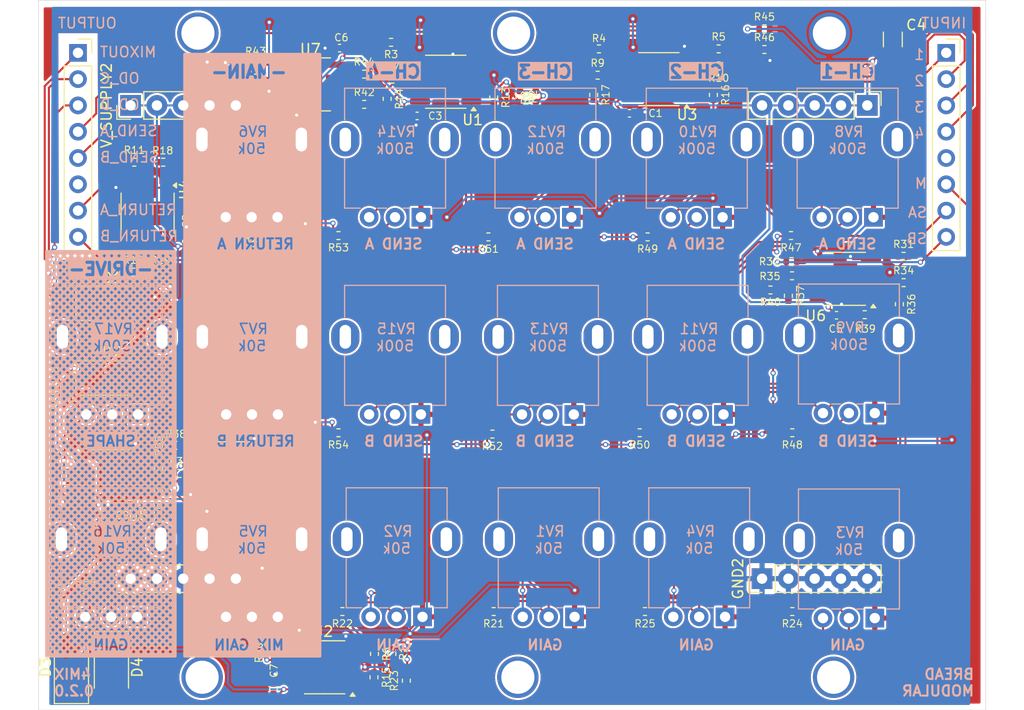
<source format=kicad_pcb>
(kicad_pcb (version 20240108) (generator "pcbnew") (generator_version "8.0")
  (layers (0 "F.Cu" signal) (31 "B.Cu" signal) (34 "B.Paste" user) (35 "F.Paste" user) (36 "B.SilkS" user "B.Silkscreen") (37 "F.SilkS" user "F.Silkscreen") (38 "B.Mask" user) (39 "F.Mask" user) (44 "Edge.Cuts" user))
  (net 0 "")
  (net 1 "GND")
  (net 2 "V_MID")
  (net 3 "IN_3")
  (net 4 "IN_4")
  (net 5 "IN_1")
  (net 7 "IN_2")
  (net 8 "MIXOUT")
  (net 9 "Net-(D1-K)")
  (net 10 "Net-(D1-A)")
  (net 11 "Net-(D3-A)")
  (net 12 "V_SUPPLY")
  (net 13 "Net-(D2-A)")
  (net 14 "Net-(D3-K)")
  (net 15 "IN_SEND_B")
  (net 16 "RETURN_B")
  (net 17 "RETURN_A")
  (net 18 "SEND_A_OUT")
  (net 19 "Net-(R13-Pad2)")
  (net 20 "Net-(R15-Pad2)")
  (net 21 "Net-(R17-Pad2)")
  (net 22 "IN_SEND_A")
  (net 23 "OD_DIRTY")
  (net 24 "OD_CLEAN")
  (net 25 "SEND_B_OUT")
  (net 26 "/SENDS2/INPUT")
  (net 27 "MAIN_MIX")
  (net 28 "/SENDS3/INPUT")
  (net 29 "/SENDS/INPUT")
  (net 30 "/SENDS1/INPUT")
  (net 31 "IN_MIXOUT")
  (net 32 "Net-(U4B--)")
  (net 33 "Net-(U1A--)")
  (net 34 "Net-(U1B--)")
  (net 35 "Net-(U2A--)")
  (net 36 "Net-(U3B--)")
  (net 37 "SEND_A_MIX")
  (net 38 "Net-(U3A--)")
  (net 39 "Net-(U4A-+)")
  (net 40 "Net-(U4B-+)")
  (net 41 "SEND_B_MIX")
  (net 42 "/Overdrive/INPUT")
  (net 43 "Net-(R27-Pad1)")
  (net 44 "Net-(U6A--)")
  (net 45 "Net-(R14-Pad2)")
  (net 46 "Net-(R16-Pad2)")
  (net 47 "Net-(R20-Pad2)")
  (net 48 "Net-(R26-Pad1)")
  (net 49 "Net-(R28-Pad1)")
  (net 50 "Net-(R29-Pad2)")
  (net 51 "Net-(U6B--)")
  (net 52 "Net-(R36-Pad2)")
  (net 53 "Net-(U5A--)")
  (net 54 "Net-(R41-Pad2)")
  (net 55 "Net-(U5B--)")
  (net 56 "Net-(R37-Pad2)")
  (net 57 "Net-(R42-Pad2)")
  (net 58 "Net-(R47-Pad1)")
  (net 62 "Net-(R48-Pad1)")
  (net 63 "Net-(R49-Pad1)")
  (net 64 "Net-(R50-Pad1)")
  (net 65 "Net-(R51-Pad1)")
  (net 66 "Net-(R52-Pad1)")
  (net 67 "Net-(R53-Pad1)")
  (net 68 "Net-(R54-Pad1)")
  (net 69 "Net-(U8A--)")
  (net 70 "Net-(R56-Pad2)")
  (net 71 "Net-(R57-Pad1)")
  (net 72 "Net-(U4A--)")
  (footprint "Resistor_SMD:R_0402_1005Metric" (layer "F.Cu") (at 81.151 48.26)
    (property "Reference" "R7")
    (property "Value" "100k")
  )
  (footprint "Capacitor_SMD:C_0402_1005Metric" (layer "F.Cu") (at 53.1902 90.3732)
    (property "Reference" "C9")
    (property "Value" "0.1uf")
  )
  (footprint "Resistor_SMD:R_0402_1005Metric" (layer "F.Cu") (at 105.535 99.695 180)
    (property "Reference" "R25")
    (property "Value" "200k")
  )
  (footprint "Resistor_SMD:R_0402_1005Metric" (layer "F.Cu") (at 58.5978 88.1146 -90)
    (property "Reference" "R56")
    (property "Value" "100k")
  )
  (footprint "Resistor_SMD:R_0402_1005Metric" (layer "F.Cu") (at 117.0666 45.3986)
    (property "Reference" "R46")
    (property "Value" "1k")
  )
  (footprint "Resistor_SMD:R_0402_1005Metric" (layer "F.Cu") (at 49.6316 79.2246 -90)
    (property "Reference" "R59")
    (property "Value" "1k")
  )
  (footprint "Resistor_SMD:R_0402_1005Metric" (layer "F.Cu") (at 112.141 49.786 -90)
    (property "Reference" "R16")
    (property "Value" "100k")
  )
  (footprint "Resistor_SMD:R_0402_1005Metric" (layer "F.Cu") (at 51.433 98.3234 180)
    (property "Reference" "R57")
    (property "Value" "1k")
  )
  (footprint "Resistor_SMD:R_0402_1005Metric" (layer "F.Cu") (at 100.584 49.782 -90)
    (property "Reference" "R17")
    (property "Value" "100k")
  )
  (footprint "Capacitor_SMD:C_0402_1005Metric" (layer "F.Cu") (at 104.041 51.562)
    (property "Reference" "C1")
    (property "Value" "0.1uf")
  )
  (footprint "Resistor_SMD:R_0402_1005Metric" (layer "F.Cu") (at 126.748 71.0184 180)
    (property "Reference" "R39")
    (property "Value" "1M")
  )
  (footprint "Resistor_SMD:R_0402_1005Metric" (layer "F.Cu") (at 58.8284 66.9544 180)
    (property "Reference" "R19")
    (property "Value" "1M")
  )
  (footprint "Resistor_SMD:R_0402_1005Metric" (layer "F.Cu") (at 119.759 99.695 180)
    (property "Reference" "R24")
    (property "Value" "200k")
  )
  (footprint "Resistor_SMD:R_0402_1005Metric" (layer "F.Cu") (at 75.944 82.423 180)
    (property "Reference" "R54")
    (property "Value" "1M")
  )
  (footprint "Resistor_SMD:R_0402_1005Metric" (layer "F.Cu") (at 117.0666 43.4086)
    (property "Reference" "R45")
    (property "Value" "1k")
  )
  (footprint "Resistor_SMD:R_0402_1005Metric" (layer "F.Cu") (at 70.7898 87.134 -90)
    (property "Reference" "R29")
    (property "Value" "200k")
  )
  (footprint "Resistor_SMD:R_0402_1005Metric" (layer "F.Cu") (at 80.645 50.167 -90)
    (property "Reference" "R14")
    (property "Value" "100k")
  )
  (footprint "Resistor_SMD:R_0402_1005Metric" (layer "F.Cu") (at 119.6828 65.8876 180)
    (property "Reference" "R32")
    (property "Value" "1M")
  )
  (footprint "Package_SO:SOIC-8-1EP_3.9x4.9mm_P1.27mm_EP2.29x3mm" (layer "F.Cu") (at 86.298 48.514 180)
    (property "Reference" "U1")
    (property "Value" "MCP6002-xSN")
  )
  (footprint "Resistor_SMD:R_0402_1005Metric" (layer "F.Cu") (at 112.647 45.339)
    (property "Reference" "R5")
    (property "Value" "1M")
  )
  (footprint "Resistor_SMD:R_0402_1005Metric" (layer "F.Cu") (at 67.9958 48.1584 180)
    (property "Reference" "R41")
    (property "Value" "1M")
  )
  (footprint "Resistor_SMD:R_0402_1005Metric" (layer "F.Cu") (at 81.024 44.704 180)
    (property "Reference" "R3")
    (property "Value" "1M")
  )
  (footprint "Resistor_SMD:R_0402_1005Metric" (layer "F.Cu") (at 119.38 69.1916 -90)
    (property "Reference" "R37")
    (property "Value" "100k")
  )
  (footprint "Capacitor_SMD:C_0402_1005Metric" (layer "F.Cu") (at 124.0256 71.0692)
    (property "Reference" "C5")
    (property "Value" "0.1uf")
  )
  (footprint "Resistor_SMD:R_0402_1005Metric" (layer "F.Cu") (at 130.5072 65.3796)
    (property "Reference" "R31")
    (property "Value" "1M")
  )
  (footprint "Package_SO:SOIC-8-1EP_3.9x4.9mm_P1.27mm_EP2.29x3mm" (layer "F.Cu") (at 124.8776 67.552 180)
    (property "Reference" "U6")
    (property "Value" "MCP6002-xSN")
  )
  (footprint "Resistor_SMD:R_0402_1005Metric" (layer "F.Cu") (at 70.8152 84.5158 -90)
    (property "Reference" "R26")
    (property "Value" "200k")
  )
  (footprint "Resistor_SMD:R_0402_1005Metric" (layer "F.Cu") (at 68.0486 77.978)
    (property "Reference" "R28")
    (property "Value" "200k")
  )
  (footprint "Resistor_SMD:R_0402_1005Metric" (layer "F.Cu") (at 49.0982 100.1542 90)
    (property "Reference" "R60")
    (property "Value" "1k")
  )
  (footprint "Resistor_SMD:R_0402_1005Metric" (layer "F.Cu") (at 67.4858 90.7542 180)
    (property "Reference" "R30")
    (property "Value" "100k")
  )
  (footprint "Connector_PinSocket_2.54mm:PinSocket_1x08_P2.54mm_Vertical" (layer "F.Cu") (at 134.62 45.72)
    (property "Reference" "INPUT1")
    (property "Value" "Conn_01x05_Socket")
  )
  (footprint "BreadModular_MISC:Power_Connector" (layer "F.Cu") (at 55.88 50.8 90)
    (property "Reference" "V_SUPPLY2")
    (property "Value" "Conn_01x05_Pin")
  )
  (footprint "Capacitor_SMD:C_0402_1005Metric" (layer "F.Cu") (at 83.538 51.816)
    (property "Reference" "C3")
    (property "Value" "0.1uf")
  )
  (footprint "BreadModular_MISC:Power_Connector" (layer "F.Cu") (at 116.84 96.52 90)
    (property "Reference" "GND2")
    (property "Value" "Conn_01x05_Pin")
  )
  (footprint "Resistor_SMD:R_0402_1005Metric" (layer "F.Cu") (at 59.0276 56.2864 180)
    (property "Reference" "R18")
    (property "Value" "1M")
  )
  (footprint "Resistor_SMD:R_0402_1005Metric" (layer "F.Cu") (at 58.5978 85.8266 -90)
    (property "Reference" "R55")
    (property "Value" "100k")
  )
  (footprint "BreadModular_MISC:Power_Connector" (layer "F.Cu") (at 127 50.8 -90)
    (property "Reference" "V_SUPPLY1" (hide yes))
    (property "Value" "Conn_01x05_Pin")
  )
  (footprint "Resistor_SMD:R_0402_1005Metric" (layer "F.Cu") (at 90.932 50.04 -90)
    (property "Reference" "R13")
    (property "Value" "100k")
  )
  (footprint "Capacitor_SMD:C_1206_3216Metric" (layer "F.Cu") (at 129.4638 44.4264 90)
    (property "Reference" "C4")
    (property "Value" "100uf")
  )
  (footprint "Capacitor_SMD:C_0402_1005Metric" (layer "F.Cu") (at 62.766 89.2048)
    (property "Reference" "C8")
    (property "Value" "0.1uf")
  )
  (footprint "Resistor_SMD:R_0402_1005Metric" (layer "F.Cu") (at 81.1022 103.7824 90)
    (property "Reference" "R1")
    (property "Value" "1M")
  )
  (footprint "Resistor_SMD:R_0402_1005Metric" (layer "F.Cu") (at 79.4258 103.7864 -90)
    (property "Reference" "R6")
    (property "Value" "100k")
  )
  (footprint "Resistor_SMD:R_0402_1005Metric" (layer "F.Cu") (at 56.2336 56.2864)
    (property "Reference" "R11")
    (property "Value" "100k")
  )
  (footprint "Capacitor_SMD:C_0402_1005Metric" (layer "F.Cu") (at 69.6722 107.16 90)
    (property "Reference" "C7")
    (property "Value" "0.1uf")
  )
  (footprint "Resistor_SMD:R_0402_1005Metric" (layer "F.Cu") (at 130.0988 70.0044 -90)
    (property "Reference" "R36")
    (property "Value" "100k")
  )
  (footprint "Resistor_SMD:R_0402_1005Metric" (layer "F.Cu") (at 82.4992 106.3752 90)
    (property "Reference" "R23")
    (property "Value" "200k")
  )
  (footprint "Package_SO:SOIC-8-1EP_3.9x4.9mm_P1.27mm_EP2.29x3mm" (layer "F.Cu") (at 74.614 105.0798 180)
    (property "Reference" "U2")
    (property "Value" "MCP6002-xSN")
  )
  (footprint "Resistor_SMD:R_0402_1005Metric" (layer "F.Cu") (at 75.944 63.373 180)
    (property "Reference" "R53")
    (property "Value" "1M")
  )
  (footprint "Resistor_SMD:R_0402_1005Metric" (layer "F.Cu") (at 56.132 66.9036)
    (property "Reference" "R12")
    (property "Value" "100k")
  )
  (footprint "Resistor_SMD:R_0402_1005Metric" (layer "F.Cu") (at 49.5808 76.9346 -90)
    (property "Reference" "R58")
    (property "Value" "51k")
  )
  (footprint "Resistor_SMD:R_0402_1005Metric" (layer "F.Cu") (at 79.375 106.047 -90)
    (property "Reference" "R15")
    (property "Value" "100k")
  )
  (footprint "Resistor_SMD:R_0402_1005Metric" (layer "F.Cu") (at 90.805 82.55 180)
    (property "Reference" "R52")
    (property "Value" "1M")
  )
  (footprint "Package_SO:SOIC-8-1EP_3.9x4.9mm_P1.27mm_EP2.29x3mm" (layer "F.Cu") (at 57.5176 61.2252 -90)
    (property "Reference" "U4")
    (property "Value" "MCP6002-xSN")
  )
  (footprint "Package_SO:SOIC-8-1EP_3.9x4.9mm_P1.27mm_EP2.29x3mm" (layer "F.Cu") (at 106.872 48.26 180)
    (property "Reference" "U3")
    (property "Value" "MCP6002-xSN")
  )
  (footprint "Package_SO:SOIC-8-1EP_3.9x4.9mm_P1.27mm_EP2.29x3mm" (layer "F.Cu") (at 53.8734 86.6394 180)
    (property "Reference" "U8")
    (property "Value" "MCP6002-xSN")
  )
  (footprint "Resistor_SMD:R_0402_1005Metric" (layer "F.Cu") (at 117.6508 68.6308 180)
    (property "Reference" "R40")
    (property "Value" "1M")
  )
  (footprint "Diode_SMD:D_SMA" (layer "F.Cu") (at 54.102 69.9516)
    (property "Reference" "D1")
    (property "Value" "SS14")
  )
  (footprint "BreadModular_MISC:Power_Connector" (layer "F.Cu") (at 66.04 96.52 -90)
    (property "Reference" "GND1")
    (property "Value" "Conn_01x05_Pin")
  )
  (footprint "Resistor_SMD:R_0402_1005Metric" (layer "F.Cu") (at 90.422 63.5 180)
    (property "Reference" "R51")
    (property "Value" "1M")
  )
  (footprint "Resistor_SMD:R_0402_1005Metric" (layer "F.Cu") (at 119.634 63.373 180)
    (property "Reference" "R47")
    (property "Value" "1M")
  )
  (footprint "Connector_PinSocket_2.54mm:PinSocket_1x08_P2.54mm_Vertical" (layer "F.Cu") (at 50.8 45.72)
    (property "Reference" "OUTPUT1")
    (property "Value" "Conn_01x05_Socket")
  )
  (footprint "Resistor_SMD:R_0402_1005Metric" (layer "F.Cu") (at 60.196 83.6422 180)
    (property "Reference" "R38")
    (property "Value" "1k")
  )
  (footprint "Diode_SMD:D_SMA" (layer "F.Cu") (at 50.165 105.0732 90)
    (property "Reference" "D3")
    (property "Value" "SS14")
  )
  (footprint "Resistor_SMD:R_0402_1005Metric" (layer "F.Cu") (at 90.93 99.695 180)
    (property "Reference" "R21")
    (property "Value" "200k")
  )
  (footprint "Resistor_SMD:R_0402_1005Metric" (layer "F.Cu") (at 60.6024 86.36)
    (property "Reference" "R33")
    (property "Value" "100k")
  )
  (footprint "Capacitor_SMD:C_0402_1005Metric" (layer "F.Cu") (at 76.0502 45.2628 180)
    (property "Reference" "C6")
    (property "Value" "0.1uf")
  )
  (footprint "Package_SO:SOIC-8-1EP_3.9x4.9mm_P1.27mm_EP2.29x3mm" (layer "F.Cu") (at 65.3938 85.852 180)
    (property "Reference" "U5")
    (property "Value" "MCP6002-xSN")
  )
  (footprint "Resistor_SMD:R_0402_1005Metric" (layer "F.Cu") (at 67.9704 46.6852 180)
    (property "Reference" "R43")
    (property "Value" "1k")
  )
  (footprint "Resistor_SMD:R_0402_1005Metric" (layer "F.Cu") (at 105.027 82.423 180)
    (property "Reference" "R50")
    (property "Value" "1M")
  )
  (footprint "Resistor_SMD:R_0402_1005Metric" (layer "F.Cu") (at 100.967 47.879)
    (property "Reference" "R9")
    (property "Value" "100k")
  )
  (footprint "Package_SO:SOIC-8-1EP_3.9x4.9mm_P1.27mm_EP2.29x3mm" (layer "F.Cu") (at 73.2282 48.768)
    (property "Reference" "U7")
    (property "Value" "MCP6002-xSN")
  )
  (footprint "Resistor_SMD:R_0402_1005Metric" (layer "F.Cu") (at 69.7484 103.8098 -90)
    (property "Reference" "R20")
    (property "Value" "200k")
  )
  (footprint "Resistor_SMD:R_0402_1005Metric" (layer "F.Cu") (at 93.472 49.9598 90)
    (property "Reference" "R2")
    (property "Value" "1M")
  )
  (footprint "Resistor_SMD:R_0402_1005Metric" (layer "F.Cu") (at 67.8434 64.8208)
    (property "Reference" "R27")
    (property "Value" "200k")
  )
  (footprint "Resistor_SMD:R_0402_1005Metric" (layer "F.Cu") (at 112.647 46.99 180)
    (property "Reference" "R10")
    (property "Value" "100k")
  )
  (footprint "Resistor_SMD:R_0402_1005Metric" (layer "F.Cu") (at 78.4332 47.7774)
    (property "Reference" "R44")
    (property "Value" "1k")
  )
  (footprint "Diode_SMD:D_SMA" (layer "F.Cu") (at 54.0954 77.1398)
    (property "Reference" "D2")
    (property "Value" "SS14")
  )
  (footprint "Resistor_SMD:R_0402_1005Metric" (layer "F.Cu") (at 105.789 63.5 180)
    (property "Reference" "R49")
    (property "Value" "1M")
  )
  (footprint "Resistor_SMD:R_0402_1005Metric" (layer "F.Cu") (at 119.7336 67.2592)
    (property "Reference" "R35")
    (property "Value" "100k")
  )
  (footprint "Resistor_SMD:R_0402_1005Metric" (layer "F.Cu") (at 119.759 82.423 180)
    (property "Reference" "R48")
    (property "Value" "1M")
  )
  (footprint "Resistor_SMD:R_0402_1005Metric" (layer "F.Cu") (at 130.5072 67.9196)
    (property "Reference" "R34")
    (property "Value" "100k")
  )
  (footprint "Diode_SMD:D_SMA" (layer "F.Cu") (at 54.0258 105.0986 -90)
    (property "Reference" "D4")
    (property "Value" "SS210")
  )
  (footprint "Resistor_SMD:R_0402_1005Metric" (layer "F.Cu") (at 78.4332 50.6984)
    (property "Reference" "R42")
    (property "Value" "1M")
  )
  (footprint "Resistor_SMD:R_0402_1005Metric" (layer "F.Cu") (at 101.094 45.339 180)
    (property "Reference" "R4")
    (property "Value" "1M")
  )
  (footprint "Resistor_SMD:R_0402_1005Metric" (layer "F.Cu") (at 76.325 99.695 180)
    (property "Reference" "R22")
    (property "Value" "200k")
  )
  (footprint "Capacitor_SMD:C_0402_1005Metric" (layer "F.Cu") (at 61.2648 63.9292 90)
    (property "Reference" "C2")
    (property "Value" "0.1uf")
  )
  (footprint "Resistor_SMD:R_0402_1005Metric" (layer "F.Cu") (at 94.996 49.9384 -90)
    (property "Reference" "R8")
    (property "Value" "100k")
  )
  (footprint "BreadModular_Pots:Potentiometer_RV09" (layer "B.Cu") (at 110.643 93.218 180)
    (property "Reference" "RV4")
    (property "Value" "50k")
  )
  (footprint "BreadModular_Pots:Potentiometer_RV09" (layer "B.Cu") (at 125.095 73.533 180)
    (property "Reference" "RV9")
    (property "Value" "500k")
  )
  (footprint "BreadModular_Pots:Potentiometer_RV09" (layer "B.Cu") (at 81.28 73.66 180)
    (property "Reference" "RV15")
    (property "Value" "500k")
  )
  (footprint "BreadModular_Pots:Potentiometer_RV09" (layer "B.Cu") (at 125.095 93.338 180)
    (property "Reference" "RV3")
    (property "Value" "50k")
  )
  (footprint "BreadModular_Pots:Potentiometer_RV09" (layer "B.Cu") (at 67.437 54.603 180)
    (property "Reference" "RV6")
    (property "Value" "50k")
  )
  (footprint "BreadModular_Pots:Potentiometer_RV09" (layer "B.Cu") (at 53.975 73.66 180)
    (property "Reference" "RV17")
    (property "Value" "500k")
  )
  (footprint "BreadModular_Pots:Potentiometer_RV09" (layer "B.Cu") (at 81.28 54.61 180)
    (property "Reference" "RV14")
    (property "Value" "500k")
  )
  (footprint "BreadModular_Pots:Potentiometer_RV09" (layer "B.Cu") (at 96.113 93.218 180)
    (property "Reference" "RV1")
    (property "Value" "50k")
  )
  (footprint "BreadModular_Pots:Potentiometer_RV09" (layer "B.Cu") (at 67.477 73.66 180)
    (property "Reference" "RV7")
    (property "Value" "50k")
  )
  (footprint "BreadModular_Pots:Potentiometer_RV09" (layer "B.Cu") (at 67.463 93.218 180)
    (property "Reference" "RV5")
    (property "Value" "50k")
  )
  (footprint "BreadModular_Pots:Potentiometer_RV09" (layer "B.Cu") (at 110.49 73.66 180)
    (property "Reference" "RV11")
    (property "Value" "500k")
  )
  (footprint "BreadModular_Pots:Potentiometer_RV09" (layer "B.Cu") (at 53.874 93.218 180)
    (property "Reference" "RV16")
    (property "Value" "50k")
  )
  (footprint "BreadModular_Pots:Potentiometer_RV09" (layer "B.Cu") (at 124.968 54.613 180)
    (property "Reference" "RV8")
    (property "Value" "500k")
  )
  (footprint "BreadModular_Pots:Potentiometer_RV09" (layer "B.Cu") (at 110.403 54.613 180)
    (property "Reference" "RV10")
    (property "Value" "500k")
  )
  (footprint "BreadModular_Pots:Potentiometer_RV09" (layer "B.Cu") (at 81.433 93.218 180)
    (property "Reference" "RV2")
    (property "Value" "50k")
  )
  (footprint "BreadModular_Pots:Potentiometer_RV09" (layer "B.Cu") (at 95.798 54.613 180)
    (property "Reference" "RV12")
    (property "Value" "500k")
  )
  (footprint "BreadModular_Pots:Potentiometer_RV09" (layer "B.Cu") (at 96.038 73.663 180)
    (property "Reference" "RV13")
    (property "Value" "500k")
  )
  (gr_line (start 138.43 40.64) (end 107.95 40.64) (stroke (width 0.05)) (layer "Edge.Cuts"))
  (gr_line (start 46.99 109.22) (end 77.47 109.22) (stroke (width 0.05)) (layer "Edge.Cuts"))
  (gr_line (start 138.43 109.22) (end 138.43 40.64) (stroke (width 0.05)) (layer "Edge.Cuts"))
  (gr_line (start 107.95 40.64) (end 77.47 40.64) (stroke (width 0.05)) (layer "Edge.Cuts"))
  (gr_line (start 77.47 40.64) (end 46.99 40.64) (stroke (width 0.05)) (layer "Edge.Cuts"))
  (gr_line (start 46.99 40.64) (end 46.99 109.22) (stroke (width 0.05)) (layer "Edge.Cuts"))
  (gr_line (start 107.95 109.22) (end 138.43 109.22) (stroke (width 0.05)) (layer "Edge.Cuts"))
  (gr_line (start 77.47 109.22) (end 107.95 109.22) (stroke (width 0.05)) (layer "Edge.Cuts"))
  (gr_text "RETURN B" (at 67.945 83.82 0) (layer "B.SilkS" knockout) (effects (font (size 1 1) (thickness 0.2) (bold yes)) (justify bottom mirror)))
  (gr_text "SEND B" (at 95.885 83.82 0) (layer "B.SilkS") (effects (font (size 1 1) (thickness 0.2) (bold yes)) (justify bottom mirror)))
  (gr_text "OD_C" (at 52.832 48.768 -0) (layer "B.SilkS") (effects (font (size 1 1)) (justify right bottom mirror)))
  (gr_text "CH-2" (at 110.49 48.26 0) (layer "B.SilkS" knockout) (effects (font (size 1.2 1.2) (thickness 0.3) (bold yes)) (justify bottom mirror)))
  (gr_text "SA" (at 132.842 61.722 0) (layer "B.SilkS") (effects (font (size 1 1)) (justify left bottom mirror)))
  (gr_text "RETURN_B" (at 52.832 64.008 -0) (layer "B.SilkS") (effects (font (size 1 1)) (justify right bottom mirror)))
  (gr_text "MIXOUT" (at 52.832 46.228 -0) (layer "B.SilkS") (effects (font (size 1 1)) (justify right bottom mirror)))
  (gr_text "1" (at 132.588 46.482 -0) (layer "B.SilkS") (effects (font (size 1 1)) (justify left bottom mirror)))
  (gr_text "SHAPE" (at 53.975 83.82 0) (layer "B.SilkS" knockout) (effects (font (size 1 1) (thickness 0.2) (bold yes)) (justify bottom mirror)))
  (gr_text "-MAIN-" (at 67.31 48.26 0) (layer "B.SilkS" knockout) (effects (font (size 1.2 1.2) (thickness 0.3) (bold yes)) (justify bottom mirror)))
  (gr_text "3" (at 132.588 51.562 -0) (layer "B.SilkS") (effects (font (size 1 1)) (justify left bottom mirror)))
  (gr_text "INPUT" (at 136.652 43.434 -0) (layer "B.SilkS") (effects (font (size 1 1)) (justify left bottom mirror)))
  (gr_text "GAIN" (at 81.28 103.505 -0) (layer "B.SilkS") (effects (font (size 1 1) (thickness 0.2) (bold yes)) (justify bottom mirror)))
  (gr_text "RETURN_A" (at 52.832 61.468 -0) (layer "B.SilkS") (effects (font (size 1 1)) (justify right bottom mirror)))
  (gr_text "GAIN" (at 125.095 103.505 -0) (layer "B.SilkS") (effects (font (size 1 1) (thickness 0.2) (bold yes)) (justify bottom mirror)))
  (gr_text "SEND A" (at 125.095 64.77 0) (layer "B.SilkS") (effects (font (size 1 1) (thickness 0.2) (bold yes)) (justify bottom mirror)))
  (gr_text "BREAD\nMODULAR" (at 137.414 107.95 -0) (layer "B.SilkS") (effects (font (size 1 1) (thickness 0.2) (bold yes)) (justify left bottom mirror)))
  (gr_text "GAIN" (at 53.975 103.505 0) (layer "B.SilkS" knockout) (effects (font (size 1 1) (thickness 0.2) (bold yes)) (justify bottom mirror)))
  (gr_text "OUTPUT" (at 48.768 43.434 -0) (layer "B.SilkS") (effects (font (size 1 1)) (justify right bottom mirror)))
  (gr_text "SEND A" (at 81.28 64.77 0) (layer "B.SilkS") (effects (font (size 1 1) (thickness 0.2) (bold yes)) (justify bottom mirror)))
  (gr_text "OD_D" (at 52.832 51.308 -0) (layer "B.SilkS") (effects (font (size 1 1)) (justify right bottom mirror)))
  (gr_text "SEND B" (at 125.095 83.82 0) (layer "B.SilkS") (effects (font (size 1 1) (thickness 0.2) (bold yes)) (justify bottom mirror)))
  (gr_text "GAIN" (at 110.49 103.505 -0) (layer "B.SilkS") (effects (font (size 1 1) (thickness 0.2) (bold yes)) (justify bottom mirror)))
  (gr_text "SB" (at 132.842 64.262 0) (layer "B.SilkS") (effects (font (size 1 1)) (justify left bottom mirror)))
  (gr_text "GAIN" (at 95.885 103.505 -0) (layer "B.SilkS") (effects (font (size 1 1) (thickness 0.2) (bold yes)) (justify bottom mirror)))
  (gr_text "SEND_B" (at 52.832 56.388 -0) (layer "B.SilkS") (effects (font (size 1 1)) (justify right bottom mirror)))
  (gr_text "M" (at 132.842 58.928 0) (layer "B.SilkS") (effects (font (size 1 1)) (justify left bottom mirror)))
  (gr_text "SEND_A" (at 52.832 53.848 -0) (layer "B.SilkS") (effects (font (size 1 1)) (justify right bottom mirror)))
  (gr_text "SEND B" (at 81.28 83.82 0) (layer "B.SilkS") (effects (font (size 1 1) (thickness 0.2) (bold yes)) (justify bottom mirror)))
  (gr_text "SEND A" (at 110.49 64.77 0) (layer "B.SilkS") (effects (font (size 1 1) (thickness 0.2) (bold yes)) (justify bottom mirror)))
  (gr_text "2" (at 132.588 49.022 -0) (layer "B.SilkS") (effects (font (size 1 1)) (justify left bottom mirror)))
  (gr_text "SEND A" (at 95.885 64.77 0) (layer "B.SilkS") (effects (font (size 1 1) (thickness 0.2) (bold yes)) (justify bottom mirror)))
  (gr_text "CH-3" (at 95.885 48.26 0) (layer "B.SilkS" knockout) (effects (font (size 1.2 1.2) (thickness 0.3) (bold yes)) (justify bottom mirror)))
  (gr_text "SEND B" (at 110.49 83.82 0) (layer "B.SilkS") (effects (font (size 1 1) (thickness 0.2) (bold yes)) (justify bottom mirror)))
  (gr_text "-DRIVE-" (at 53.975 67.31 0) (layer "B.SilkS" knockout) (effects (font (size 1.2 1.2) (thickness 0.3) (bold yes)) (justify bottom mirror)))
  (gr_text "CH-1" (at 125.095 48.26 -0) (layer "B.SilkS" knockout) (effects (font (size 1.2 1.2) (thickness 0.3) (bold yes)) (justify bottom mirror)))
  (gr_text "CH-4" (at 81.28 48.26 0) (layer "B.SilkS" knockout) (effects (font (size 1.2 1.2) (thickness 0.3) (bold yes)) (justify bottom mirror)))
  (gr_text "MIX GAIN" (at 67.31 103.505 0) (layer "B.SilkS" knockout) (effects (font (size 1 1) (thickness 0.2) (bold yes)) (justify bottom mirror)))
  (gr_text "4" (at 132.588 54.102 -0) (layer "B.SilkS") (effects (font (size 1 1)) (justify left bottom mirror)))
  (gr_text "RETURN A" (at 67.945 64.77 0) (layer "B.SilkS" knockout) (effects (font (size 1 1) (thickness 0.2) (bold yes)) (justify bottom mirror)))
  (gr_text "4MIX\n0.2.0" (at 48.387 107.95 0) (layer "B.SilkS") (effects (font (size 1 1) (thickness 0.2) (bold yes)) (justify right bottom mirror)))
  (via (at 123.744908 106.045) (size 4) (drill 3.2) (layers "F.Cu" "B.Cu") (net 0))
  (via (at 92.85758 43.815) (size 4) (drill 3.2) (layers "F.Cu" "B.Cu") (net 0))
  (via (at 62.784908 106.045) (size 4) (drill 3.2) (layers "F.Cu" "B.Cu") (net 0))
  (via (at 93.264908 106.045) (size 4) (drill 3.2) (layers "F.Cu" "B.Cu") (net 0))
  (via (at 62.37758 43.815) (size 4) (drill 3.2) (layers "F.Cu" "B.Cu") (net 0))
  (segment (start 84.018 51.816) (end 84.018 52.126) (width 0.2) (layer "F.Cu") (net 1))
  (segment (start 127.3526 65.647) (end 125.633 65.647) (width 0.2) (layer "F.Cu") (net 1))
  (segment (start 56.3484 84.7344) (end 56.3484 83.501) (width 0.2) (layer "F.Cu") (net 1))
  (segment (start 53.6702 89.408) (end 53.6956 89.3826) (width 0.2) (layer "F.Cu") (net 1))
  (segment (start 124.5056 70.0076) (end 124.5108 70.0024) (width 0.2) (layer "F.Cu") (net 1))
  (segment (start 77.089 102.5144) (end 76.6572 102.0826) (width 0.2) (layer "F.Cu") (net 1))
  (segment (start 117.5766 46.4312) (end 117.602 46.4566) (width 0.2) (layer "F.Cu") (net 1))
  (segment (start 124.5056 71.0692) (end 124.5056 70.0076) (width 0.2) (layer "F.Cu") (net 1))
  (segment (start 53.6702 90.3732) (end 53.6702 89.408) (width 0.2) (layer "F.Cu") (net 1))
  (segment (start 84.018 52.126) (end 83.439 52.705) (width 0.2) (layer "F.Cu") (net 1))
  (segment (start 70.7532 50.673) (end 70.8406 50.673) (width 0.2) (layer "F.Cu") (net 1))
  (segment (start 54.483 58.7502) (end 54.4576 58.7248) (width 0.2) (layer "F.Cu") (net 1))
  (segment (start 69.8246 105.7402) (end 69.8246 106.5276) (width 0.2) (layer "F.Cu") (net 1))
  (segment (start 69.8246 106.5276) (end 69.6722 106.68) (width 0.2) (layer "F.Cu") (net 1))
  (segment (start 105.41 51.562) (end 105.537 51.435) (width 0.2) (layer "F.Cu") (net 1))
  (segment (start 86.995 45.847) (end 88.011 45.847) (width 0.2) (layer "F.Cu") (net 1))
  (segment (start 61.2648 62.5348) (end 61.2648 63.4492) (width 0.2) (layer "F.Cu") (net 1))
  (segment (start 70.8406 50.673) (end 71.9074 51.7398) (width 0.2) (layer "F.Cu") (net 1))
  (segment (start 104.521 51.562) (end 105.41 51.562) (width 0.2) (layer "F.Cu") (net 1))
  (segment (start 125.633 65.647) (end 125.3744 65.3884) (width 0.2) (layer "F.Cu") (net 1))
  (segment (start 88.011 45.847) (end 88.773 46.609) (width 0.2) (layer "F.Cu") (net 1))
  (segment (start 77.089 103.1748) (end 77.089 102.5144) (width 0.2) (layer "F.Cu") (net 1))
  (segment (start 67.8688 83.947) (end 67.8688 83.0326) (width 0.2) (layer "F.Cu") (net 1))
  (segment (start 63.246 89.2048) (end 63.246 90.0176) (width 0.2) (layer "F.Cu") (net 1))
  (segment (start 55.6126 58.7502) (end 54.483 58.7502) (width 0.2) (layer "F.Cu") (net 1))
  (segment (start 56.3484 83.501) (end 56.3372 83.4898) (width 0.2) (layer "F.Cu") (net 1))
  (segment (start 75.5702 45.2628) (end 74.6506 45.2628) (width 0.2) (layer "F.Cu") (net 1))
  (segment (start 109.347 46.355) (end 109.347 45.085) (width 0.2) (layer "F.Cu") (net 1))
  (segment (start 117.5766 45.3986) (end 117.5766 46.4312) (width 0.2) (layer "F.Cu") (net 1))
  (segment (start 67.8688 83.0326) (end 67.818 82.9818) (width 0.2) (layer "F.Cu") (net 1))
  (via (at 74.6506 45.2628) (size 0.5) (drill 0.3) (layers "F.Cu" "B.Cu") (net 1))
  (via (at 61.2648 62.5348) (size 0.5) (drill 0.3) (layers "F.Cu" "B.Cu") (net 1))
  (via (at 83.439 52.705) (size 0.5) (drill 0.3) (layers "F.Cu" "B.Cu") (net 1))
  (via (at 124.5108 70.0024) (size 0.5) (drill 0.3) (layers "F.Cu" "B.Cu") (net 1))
  (via (at 56.3372 83.4898) (size 0.5) (drill 0.3) (layers "F.Cu" "B.Cu") (net 1))
  (via (at 69.8246 105.7402) (size 0.5) (drill 0.3) (layers "F.Cu" "B.Cu") (net 1))
  (via (at 53.6956 89.3826) (size 0.5) (drill 0.3) (layers "F.Cu" "B.Cu") (net 1))
  (via (at 117.602 46.4566) (size 0.5) (drill 0.3) (layers "F.Cu" "B.Cu") (net 1))
  (via (at 76.6572 102.0826) (size 0.5) (drill 0.3) (layers "F.Cu" "B.Cu") (net 1))
  (via (at 63.246 90.0176) (size 0.5) (drill 0.3) (layers "F.Cu" "B.Cu") (net 1))
  (via (at 67.818 82.9818) (size 0.5) (drill 0.3) (layers "F.Cu" "B.Cu") (net 1))
  (via (at 71.9074 51.7398) (size 0.5) (drill 0.3) (layers "F.Cu" "B.Cu") (net 1))
  (via (at 86.995 45.847) (size 0.5) (drill 0.3) (layers "F.Cu" "B.Cu") (net 1))
  (via (at 125.3744 65.3884) (size 0.5) (drill 0.3) (layers "F.Cu" "B.Cu") (net 1))
  (via (at 54.4576 58.7248) (size 0.5) (drill 0.3) (layers "F.Cu" "B.Cu") (net 1))
  (via (at 105.537 51.435) (size 0.5) (drill 0.3) (layers "F.Cu" "B.Cu") (net 1))
  (via (at 109.347 45.085) (size 0.5) (drill 0.3) (layers "F.Cu" "B.Cu") (net 1))
  (segment (start 69.4944 81.2616) (end 70.104 80.652) (width 0.2) (layer "F.Cu") (net 2))
  (segment (start 59.3384 67.9236) (end 59.69 68.2752) (width 0.2) (layer "F.Cu") (net 2))
  (segment (start 98.74 97.6528) (end 98.7552 97.6376) (width 0.2) (layer "F.Cu") (net 2))
  (segment (start 78.5114 105.0544) (end 77.851 104.394) (width 0.2) (layer "F.Cu") (net 2))
  (segment (start 57.9374 85.390399) (end 57.9374 82.8294) (width 0.2) (layer "F.Cu") (net 2))
  (segment (start 83.823 46.609) (end 83.823 45.2404) (width 0.2) (layer "F.Cu") (net 2))
  (segment (start 122.162 65.8876) (end 122.4026 65.647) (width 0.2) (layer "F.Cu") (net 2))
  (segment (start 59.3384 66.9544) (end 59.3384 67.9236) (width 0.2) (layer "F.Cu") (net 2))
  (segment (start 86.4038 61.602) (end 86.4108 61.595) (width 0.2) (layer "F.Cu") (net 2))
  (segment (start 122.498 64.573) (end 122.1994 64.8716) (width 0.2) (layer "F.Cu") (net 2))
  (segment (start 67.8688 85.217) (end 69.0118 85.217) (width 0.2) (layer "F.Cu") (net 2))
  (segment (start 80.5942 105.283) (end 80.5942 104.8004) (width 0.2) (layer "F.Cu") (net 2))
  (segment (start 127.722 83.1958) (end 127.7366 83.2104) (width 0.2) (layer "F.Cu") (net 2))
  (segment (start 127.3646 66.929) (end 127.3526 66.917) (width 0.2) (layer "F.Cu") (net 2))
  (segment (start 124.198658 64.1984) (end 123.824058 64.573) (width 0.2) (layer "F.Cu") (net 2))
  (segment (start 80.5942 104.8004) (end 81.1022 104.2924) (width 0.2) (layer "F.Cu") (net 2))
  (segment (start 69.2658 49.403) (end 69.2404 49.4284) (width 0.2) (layer "F.Cu") (net 2))
  (segment (start 57.323399 86.0044) (end 57.9374 85.390399) (width 0.2) (layer "F.Cu") (net 2))
  (segment (start 82.8548 101.4152) (end 84.06 100.21) (width 0.2) (layer "F.Cu") (net 2))
  (segment (start 57.785 82.677) (end 53.4558 82.677) (width 0.2) (layer "F.Cu") (net 2))
  (segment (start 92.2274 49.7078) (end 92.71 49.7078) (width 0.2) (layer "F.Cu") (net 2))
  (segment (start 122.4026 65.647) (end 122.4026 65.0748) (width 0.2) (layer "F.Cu") (net 2))
  (segment (start 57.9374 82.8294) (end 57.785 82.677) (width 0.2) (layer "F.Cu") (net 2))
  (segment (start 72.139 103.1748) (end 72.139 101.5208) (width 0.2) (layer "F.Cu") (net 2))
  (segment (start 70.7532 49.403) (end 69.2658 49.403) (width 0.2) (layer "F.Cu") (net 2))
  (segment (start 129.1844 65.863248) (end 127.519552 64.1984) (width 0.2) (layer "F.Cu") (net 2))
  (segment (start 113.03 60.706) (end 112.0902 59.7662) (width 0.2) (layer "F.Cu") (net 2))
  (segment (start 83.907 61.602) (end 86.4038 61.602) (width 0.2) (layer "F.Cu") (net 2))
  (segment (start 123.824058 64.573) (end 122.498 64.573) (width 0.2) (layer "F.Cu") (net 2))
  (segment (start 122.4026 65.0748) (end 122.1994 64.8716) (width 0.2) (layer "F.Cu") (net 2))
  (segment (start 69.4944 84.7344) (end 69.4944 81.2616) (width 0.2) (layer "F.Cu") (net 2))
  (segment (start 127.722 80.525) (end 127.722 83.1958) (width 0.2) (layer "F.Cu") (net 2))
  (segment (start 129.1844 66.929) (end 129.1844 65.863248) (width 0.2) (layer "F.Cu") (net 2))
  (segment (start 83.907 82.0782) (end 84.4804 82.6516) (width 0.2) (layer "F.Cu") (net 2))
  (segment (start 72.139 101.5208) (end 72.1614 101.4984) (width 0.2) (layer "F.Cu") (net 2))
  (segment (start 127.519552 64.1984) (end 124.198658 64.1984) (width 0.2) (layer "F.Cu") (net 2))
  (segment (start 83.907 80.652) (end 83.907 82.0782) (width 0.2) (layer "F.Cu") (net 2))
  (segment (start 56.3484 86.0044) (end 57.323399 86.0044) (width 0.2) (layer "F.Cu") (net 2))
  (segment (start 83.823 45.2404) (end 83.7692 45.1866) (width 0.2) (layer "F.Cu") (net 2))
  (segment (start 104.397 46.355) (end 104.397 45.1896) (width 0.2) (layer "F.Cu") (net 2))
  (segment (start 92.71 49.7078) (end 93.472 50.4698) (width 0.2) (layer "F.Cu") (net 2))
  (segment (start 113.03 61.605) (end 113.03 60.706) (width 0.2) (layer "F.Cu") (net 2))
  (segment (start 53.4558 82.677) (end 51.3984 84.7344) (width 0.2) (layer "F.Cu") (net 2))
  (segment (start 101.1428 61.214) (end 100.7518 61.605) (width 0.2) (layer "F.Cu") (net 2))
  (segment (start 98.74 100.21) (end 98.74 97.6528) (width 0.2) (layer "F.Cu") (net 2))
  (segment (start 109.347 47.625) (end 109.851 47.625) (width 0.2) (layer "F.Cu") (net 2))
  (segment (start 104.397 45.1896) (end 104.394 45.1866) (width 0.2) (layer "F.Cu") (net 2))
  (segment (start 120.1928 65.8876) (end 122.162 65.8876) (width 0.2) (layer "F.Cu") (net 2))
  (segment (start 88.773 47.879) (end 90.9574 47.879) (width 0.2) (layer "F.Cu") (net 2))
  (segment (start 129.1844 66.929) (end 127.3646 66.929) (width 0.2) (layer "F.Cu") (net 2))
  (segment (start 82.8548 101.8286) (end 82.8548 101.4152) (width 0.2) (layer "F.Cu") (net 2))
  (segment (start 109.851 47.625) (end 112.137 45.339) (width 0.2) (layer "F.Cu") (net 2))
  (segment (start 69.0118 85.217) (end 69.4944 84.7344) (width 0.2) (layer "F.Cu") (net 2))
  (segment (start 100.7518 61.605) (end 98.425 61.605) (width 0.2) (layer "F.Cu") (net 2))
  (via (at 122.1994 64.8716) (size 0.5) (drill 0.3) (layers "F.Cu" "B.Cu") (net 2))
  (via (at 82.8548 101.8286) (size 0.5) (drill 0.3) (layers "F.Cu" "B.Cu") (net 2))
  (via (at 98.7552 97.6376) (size 0.5) (drill 0.3) (layers "F.Cu" "B.Cu") (net 2))
  (via (at 59.69 68.2752) (size 0.5) (drill 0.3) (layers "F.Cu" "B.Cu") (net 2))
  (via (at 101.1428 61.214) (size 0.5) (drill 0.3) (layers "F.Cu" "B.Cu") (net 2))
  (via (at 112.0902 59.7662) (size 0.5) (drill 0.3) (layers "F.Cu" "B.Cu") (net 2))
  (via (at 92.2274 49.7078) (size 0.5) (drill 0.3) (layers "F.Cu" "B.Cu") (net 2))
  (via (at 83.8708 42.5704) (size 0.5) (drill 0.3) (layers "F.Cu" "B.Cu") (net 2))
  (via (at 129.1844 66.929) (size 0.5) (drill 0.3) (layers "F.Cu" "B.Cu") (net 2))
  (via (at 58.2168 69.3166) (size 0.5) (drill 0.3) (layers "F.Cu" "B.Cu") (net 2))
  (via (at 135.1534 83.1088) (size 0.5) (drill 0.3) (layers "F.Cu" "B.Cu") (net 2))
  (via (at 104.394 45.1866) (size 0.5) (drill 0.3) (layers "F.Cu" "B.Cu") (net 2))
  (via (at 86.4108 61.595) (size 0.5) (drill 0.3) (layers "F.Cu" "B.Cu") (net 2))
  (via (at 127.7366 83.2104) (size 0.5) (drill 0.3) (layers "F.Cu" "B.Cu") (net 2))
  (via (at 78.5114 105.0544) (size 0.5) (drill 0.3) (layers "F.Cu" "B.Cu") (net 2))
  (via (at 90.9574 47.879) (size 0.5) (drill 0.3) (layers "F.Cu" "B.Cu") (net 2))
  (via (at 72.1614 101.4984) (size 0.5) (drill 0.3) (layers "F.Cu" "B.Cu") (net 2))
  (via (at 104.3686 42.4434) (size 0.5) (drill 0.3) (layers "F.Cu" "B.Cu") (net 2))
  (via (at 80.5942 105.283) (size 0.5) (drill 0.3) (layers "F.Cu" "B.Cu") (net 2))
  (via (at 69.2658 42.7736) (size 0.5) (drill 0.3) (layers "F.Cu" "B.Cu") (net 2))
  (via (at 83.7692 45.1866) (size 0.5) (drill 0.3) (layers "F.Cu" "B.Cu") (net 2))
  (via (at 69.2404 49.4284) (size 0.5) (drill 0.3) (layers "F.Cu" "B.Cu") (net 2))
  (via (at 123.33758 43.815) (size 4) (drill 3.2) (layers "F.Cu" "B.Cu") (net 2))
  (via (at 84.4804 82.6516) (size 0.5) (drill 0.3) (layers "F.Cu" "B.Cu") (net 2))
  (segment (start 80.5942 103.904382) (end 82.669982 101.8286) (width 0.2) (layer "B.Cu") (net 2))
  (segment (start 90.9574 48.4378) (end 92.2274 49.7078) (width 0.2) (layer "B.Cu") (net 2))
  (segment (start 112.0902 59.7662) (end 102.5906 59.7662) (width 0.2) (layer "B.Cu") (net 2))
  (segment (start 124.3284 64.8716) (end 127.595 61.605) (width 0.2) (layer "B.Cu") (net 2))
  (segment (start 104.394 45.1866) (end 104.3686 45.1612) (width 0.2) (layer "B.Cu") (net 2))
  (segment (start 69.2404 49.4284) (end 69.2404 42.799) (width 0.2) (layer "B.Cu") (net 2))
  (segment (start 127.7366 83.2104) (end 135.0518 83.2104) (width 0.2) (layer "B.Cu") (net 2))
  (segment (start 104.3686 45.1612) (end 104.3686 42.4434) (width 0.2) (layer "B.Cu") (net 2))
  (segment (start 80.3656 105.0544) (end 80.5942 105.283) (width 0.2) (layer "B.Cu") (net 2))
  (segment (start 84.4804 82.6516) (end 84.4804 100.203) (width 0.2) (layer "B.Cu") (net 2))
  (segment (start 84.4804 100.203) (end 82.8548 101.8286) (width 0.2) (layer "B.Cu") (net 2))
  (segment (start 98.7552 97.6376) (end 98.2306 97.113) (width 0.2) (layer "B.Cu") (net 2))
  (segment (start 88.3666 59.6392) (end 99.568 59.6392) (width 0.2) (layer "B.Cu") (net 2))
  (segment (start 69.2404 42.799) (end 69.2658 42.7736) (width 0.2) (layer "B.Cu") (net 2))
  (segment (start 82.5246 101.4984) (end 82.8548 101.8286) (width 0.2) (layer "B.Cu") (net 2))
  (segment (start 99.568 59.6392) (end 101.1428 61.214) (width 0.2) (layer "B.Cu") (net 2))
  (segment (start 72.1614 101.4984) (end 82.5246 101.4984) (width 0.2) (layer "B.Cu") (net 2))
  (segment (start 90.9574 47.879) (end 90.9574 48.4378) (width 0.2) (layer "B.Cu") (net 2))
  (segment (start 80.5942 105.283) (end 80.5942 103.904382) (width 0.2) (layer "B.Cu") (net 2))
  (segment (start 83.7692 42.672) (end 83.8708 42.5704) (width 0.2) (layer "B.Cu") (net 2))
  (segment (start 83.7692 45.1866) (end 83.7692 42.672) (width 0.2) (layer "B.Cu") (net 2))
  (segment (start 90.5676 97.113) (end 85.598 102.0826) (width 0.2) (layer "B.Cu") (net 2))
  (segment (start 135.0518 83.2104) (end 135.1534 83.1088) (width 0.2) (layer "B.Cu") (net 2))
  (segment (start 98.2306 97.113) (end 90.5676 97.113) (width 0.2) (layer "B.Cu") (net 2))
  (segment (start 78.5114 105.0544) (end 80.3656 105.0544) (width 0.2) (layer "B.Cu") (net 2))
  (segment (start 86.4108 61.595) (end 88.3666 59.6392) (width 0.2) (layer "B.Cu") (net 2))
  (segment (start 59.2582 68.2752) (end 58.2168 69.3166) (width 0.2) (layer "B.Cu") (net 2))
  (segment (start 122.1994 64.8716) (end 124.3284 64.8716) (width 0.2) (layer "B.Cu") (net 2))
  (segment (start 82.669982 101.8286) (end 82.8548 101.8286) (width 0.2) (layer "B.Cu") (net 2))
  (segment (start 85.598 102.0826) (end 83.1088 102.0826) (width 0.2) (layer "B.Cu") (net 2))
  (segment (start 59.69 68.2752) (end 59.2582 68.2752) (width 0.2) (layer "B.Cu") (net 2))
  (segment (start 102.5906 59.7662) (end 101.1428 61.214) (width 0.2) (layer "B.Cu") (net 2))
  (segment (start 83.1088 102.0826) (end 82.8548 101.8286) (width 0.2) (layer "B.Cu") (net 2))
  (segment (start 131.337 47.606) (end 115.043 47.606) (width 0.2) (layer "F.Cu") (net 3))
  (segment (start 136.062686 43.549) (end 133.304314 43.549) (width 0.2) (layer "F.Cu") (net 3))
  (segment (start 94.996 49.4284) (end 93.4934 49.4284) (width 0.2) (layer "F.Cu") (net 3))
  (segment (start 113.665 43.561) (end 98.171 43.561) (width 0.2) (layer "F.Cu") (net 3))
  (segment (start 93.472 48.26) (end 93.472 49.4498) (width 0.2) (layer "F.Cu") (net 3))
  (segment (start 136.798 44.284314) (end 136.062686 43.549) (width 0.2) (layer "F.Cu") (net 3))
  (segment (start 136.798 48.622) (end 136.798 44.284314) (width 0.2) (layer "F.Cu") (net 3))
  (segment (start 133.304314 43.549) (end 132.442 44.411314) (width 0.2) (layer "F.Cu") (net 3))
  (segment (start 132.442 44.411314) (end 132.442 46.501) (width 0.2) (layer "F.Cu") (net 3))
  (segment (start 98.171 43.561) (end 93.472 48.26) (width 0.2) (layer "F.Cu") (net 3))
  (segment (start 114.573 44.469) (end 113.665 43.561) (width 0.2) (layer "F.Cu") (net 3))
  (segment (start 93.4934 49.4284) (end 93.472 49.4498) (width 0.2) (layer "F.Cu") (net 3))
  (segment (start 132.442 46.501) (end 131.337 47.606) (width 0.2) (layer "F.Cu") (net 3))
  (segment (start 134.62 50.8) (end 136.798 48.622) (width 0.2) (layer "F.Cu") (net 3))
  (segment (start 114.573 47.136) (end 114.573 44.469) (width 0.2) (layer "F.Cu") (net 3))
  (segment (start 115.043 47.606) (end 114.573 47.136) (width 0.2) (layer "F.Cu") (net 3))
  (segment (start 80.641 48.26) (end 80.641 44.831) (width 0.2) (layer "F.Cu") (net 4))
  (segment (start 80.641 44.831) (end 80.514 44.704) (width 0.2) (layer "F.Cu") (net 4))
  (segment (start 131.953 46.424314) (end 131.171314 47.206) (width 0.2) (layer "F.Cu") (net 4))
  (segment (start 114.973 46.736) (end 114.973 44.303314) (width 0.2) (layer "F.Cu") (net 4))
  (segment (start 114.973 44.303314) (end 113.830686 43.161) (width 0.2) (layer "F.Cu") (net 4))
  (segment (start 131.171314 47.206) (end 115.443 47.206) (width 0.2) (layer "F.Cu") (net 4))
  (segment (start 115.443 47.206) (end 114.973 46.736) (width 0.2) (layer "F.Cu") (net 4))
  (segment (start 137.198 50.762) (end 137.198 43.98) (width 0.2) (layer "F.Cu") (net 4))
  (segment (start 136.367 43.149) (end 133.138628 43.149) (width 0.2) (layer "F.Cu") (net 4))
  (segment (start 133.138628 43.149) (end 131.953 44.334628) (width 0.2) (layer "F.Cu") (net 4))
  (segment (start 92.329 46.99) (end 89.027 43.688) (width 0.2) (layer "F.Cu") (net 4))
  (segment (start 81.53 43.688) (end 80.514 44.704) (width 0.2) (layer "F.Cu") (net 4))
  (segment (start 89.027 43.688) (end 81.53 43.688) (width 0.2) (layer "F.Cu") (net 4))
  (segment (start 137.198 43.98) (end 136.367 43.149) (width 0.2) (layer "F.Cu") (net 4))
  (segment (start 131.953 44.334628) (end 131.953 46.424314) (width 0.2) (layer "F.Cu") (net 4))
  (segment (start 94.176314 46.99) (end 92.329 46.99) (width 0.2) (layer "F.Cu") (net 4))
  (segment (start 134.62 53.34) (end 137.198 50.762) (width 0.2) (layer "F.Cu") (net 4))
  (segment (start 98.005314 43.161) (end 94.176314 46.99) (width 0.2) (layer "F.Cu") (net 4))
  (segment (start 113.830686 43.161) (end 98.005314 43.161) (width 0.2) (layer "F.Cu") (net 4))
  (segment (start 114.681 48.514) (end 113.157 46.99) (width 0.2) (layer "F.Cu") (net 5))
  (segment (start 134.62 45.72) (end 131.826 48.514) (width 0.2) (layer "F.Cu") (net 5))
  (segment (start 113.157 46.99) (end 113.157 45.339) (width 0.2) (layer "F.Cu") (net 5))
  (segment (start 131.826 48.514) (end 114.681 48.514) (width 0.2) (layer "F.Cu") (net 5))
  (segment (start 132.842 46.736) (end 132.842 44.577) (width 0.2) (layer "F.Cu") (net 7))
  (segment (start 135.897 43.949) (end 136.398 44.45) (width 0.2) (layer "F.Cu") (net 7))
  (segment (start 136.398 44.45) (end 136.398 46.482) (width 0.2) (layer "F.Cu") (net 7))
  (segment (start 100.965 44.196) (end 101.092 44.069) (width 0.2) (layer "F.Cu") (net 7))
  (segment (start 100.965 44.958) (end 100.965 44.196) (width 0.2) (layer "F.Cu") (net 7))
  (segment (start 100.584 45.339) (end 100.584 47.752) (width 0.2) (layer "F.Cu") (net 7))
  (segment (start 136.398 46.482) (end 134.62 48.26) (width 0.2) (layer "F.Cu") (net 7))
  (segment (start 131.572 48.006) (end 132.842 46.736) (width 0.2) (layer "F.Cu") (net 7))
  (segment (start 101.092 44.069) (end 113.538 44.069) (width 0.2) (layer "F.Cu") (net 7))
  (segment (start 100.584 45.339) (end 100.965 44.958) (width 0.2) (layer "F.Cu") (net 7))
  (segment (start 113.538 44.069) (end 114.173 44.704) (width 0.2) (layer "F.Cu") (net 7))
  (segment (start 133.47 43.949) (end 135.897 43.949) (width 0.2) (layer "F.Cu") (net 7))
  (segment (start 114.173 47.371) (end 114.808 48.006) (width 0.2) (layer "F.Cu") (net 7))
  (segment (start 114.808 48.006) (end 131.572 48.006) (width 0.2) (layer "F.Cu") (net 7))
  (segment (start 100.584 47.752) (end 100.457 47.879) (width 0.2) (layer "F.Cu") (net 7))
  (segment (start 114.173 44.704) (end 114.173 47.371) (width 0.2) (layer "F.Cu") (net 7))
  (segment (start 132.842 44.577) (end 133.47 43.949) (width 0.2) (layer "F.Cu") (net 7))
  (segment (start 58.1406 67.6402) (end 49.6062 67.6402) (width 0.2) (layer "F.Cu") (net 8))
  (segment (start 60.8838 75.184) (end 60.8838 70.3834) (width 0.2) (layer "F.Cu") (net 8))
  (segment (start 60.8838 70.3834) (end 58.1406 67.6402) (width 0.2) (layer "F.Cu") (net 8))
  (segment (start 47.59 48.93) (end 50.8 45.72) (width 0.2) (layer "F.Cu") (net 8))
  (segment (start 59.686 76.3818) (end 60.8838 75.184) (width 0.2) (layer "F.Cu") (net 8))
  (segment (start 49.6062 67.6402) (end 47.59 65.624) (width 0.2) (layer "F.Cu") (net 8))
  (segment (start 59.686 83.6422) (end 59.686 76.3818) (width 0.2) (layer "F.Cu") (net 8))
  (segment (start 47.59 65.624) (end 47.59 48.93) (width 0.2) (layer "F.Cu") (net 8))
  (segment (start 50.449143 76.351313) (end 50.371856 76.4286) (width 0.2) (layer "F.Cu") (net 9))
  (segment (start 49.5848 76.4286) (end 49.5808 76.4246) (width 0.2) (layer "F.Cu") (net 9))
  (segment (start 50.865 85.471) (end 51.3984 86.0044) (width 0.2) (layer "F.Cu") (net 9))
  (segment (start 49.3268 86.0044) (end 51.3984 86.0044) (width 0.2) (layer "F.Cu") (net 9))
  (segment (start 48.8442 86.487) (end 49.3268 86.0044) (width 0.2) (layer "F.Cu") (net 9))
  (segment (start 50.371856 76.4286) (end 49.5848 76.4286) (width 0.2) (layer "F.Cu") (net 9))
  (segment (start 52.5272 96.7192) (end 52.5272 91.5162) (width 0.2) (layer "F.Cu") (net 9))
  (segment (start 48.8442 87.8332) (end 48.8442 86.487) (width 0.2) (layer "F.Cu") (net 9))
  (segment (start 50.923 98.3234) (end 52.5272 96.7192) (width 0.2) (layer "F.Cu") (net 9))
  (segment (start 50.449143 76.208475) (end 52.134 74.523618) (width 0.2) (layer "F.Cu") (net 9))
  (segment (start 52.5272 91.5162) (end 48.8442 87.8332) (width 0.2) (layer "F.Cu") (net 9))
  (segment (start 52.134 74.523618) (end 52.134 70.2056) (width 0.2) (layer "F.Cu") (net 9))
  (segment (start 50.449143 76.208475) (end 50.449143 76.351313) (width 0.2) (layer "F.Cu") (net 9))
  (segment (start 50.1396 85.471) (end 50.865 85.471) (width 0.2) (layer "F.Cu") (net 9))
  (via (at 50.1396 85.471) (size 0.5) (drill 0.3) (layers "F.Cu" "B.Cu") (net 9))
  (via (at 50.449143 76.208475) (size 0.5) (drill 0.3) (layers "F.Cu" "B.Cu") (net 9))
  (segment (start 48.8252 77.832418) (end 48.8252 83.6994) (width 0.2) (layer "B.Cu") (net 9))
  (segment (start 50.449143 76.208475) (end 48.8252 77.832418) (width 0.2) (layer "B.Cu") (net 9))
  (segment (start 50.1396 85.0138) (end 50.1396 85.471) (width 0.2) (layer "B.Cu") (net 9))
  (segment (start 48.8252 83.6994) (end 50.1396 85.0138) (width 0.2) (layer "B.Cu") (net 9))
  (segment (start 56.134 73.1012) (end 52.0954 77.1398) (width 0.2) (layer "F.Cu") (net 10))
  (segment (start 56.134 70.2056) (end 56.134 73.1012) (width 0.2) (layer "F.Cu") (net 10))
  (segment (start 51.3984 87.2744) (end 49.4792 87.2744) (width 0.2) (layer "F.Cu") (net 11))
  (segment (start 50.165 103.0732) (end 54.0004 103.0732) (width 0.2) (layer "F.Cu") (net 11))
  (segment (start 50.165 103.0732) (end 50.165 98.142476) (width 0.2) (layer "F.Cu") (net 11))
  (segment (start 49.53 82.724) (end 51.602 80.652) (width 0.2) (layer "F.Cu") (net 11))
  (segment (start 49.53 84.9884) (end 49.53 82.724) (width 0.2) (layer "F.Cu") (net 11))
  (segment (start 52.1272 91.681886) (end 49.543723 89.098409) (width 0.2) (layer "F.Cu") (net 11))
  (segment (start 50.165 98.142476) (end 52.1272 96.180276) (width 0.2) (layer "F.Cu") (net 11))
  (segment (start 49.5808 77.4446) (end 49.5808 78.6638) (width 0.2) (layer "F.Cu") (net 11))
  (segment (start 54.0004 103.0732) (end 54.0258 103.0986) (width 0.2) (layer "F.Cu") (net 11))
  (segment (start 49.5808 78.6308) (end 51.602 80.652) (width 0.2) (layer "F.Cu") (net 11))
  (segment (start 52.1272 96.180276) (end 52.1272 91.681886) (width 0.2) (layer "F.Cu") (net 11))
  (segment (start 49.4284 85.09) (end 49.53 84.9884) (width 0.2) (layer "F.Cu") (net 11))
  (segment (start 49.4792 87.2744) (end 49.4538 87.2998) (width 0.2) (layer "F.Cu") (net 11))
  (segment (start 49.5808 78.6638) (end 49.6316 78.7146) (width 0.2) (layer "F.Cu") (net 11))
  (segment (start 49.543723 89.098409) (end 49.331591 89.098409) (width 0.2) (layer "F.Cu") (net 11))
  (via (at 49.331591 89.098409) (size 0.5) (drill 0.3) (layers "F.Cu" "B.Cu") (net 11))
  (via (at 49.4538 87.2998) (size 0.5) (drill 0.3) (layers "F.Cu" "B.Cu") (net 11))
  (via (at 49.4284 85.09) (size 0.5) (drill 0.3) (layers "F.Cu" "B.Cu") (net 11))
  (segment (start 49.331591 89.098409) (end 49.331591 87.422009) (width 0.2) (layer "B.Cu") (net 11))
  (segment (start 49.4538 87.2998) (end 49.4538 85.1154) (width 0.2) (layer "B.Cu") (net 11))
  (segment (start 49.331591 87.422009) (end 49.4538 87.2998) (width 0.2) (layer "B.Cu") (net 11))
  (segment (start 49.4538 85.1154) (end 49.4284 85.09) (width 0.2) (layer "B.Cu") (net 11))
  (segment (start 123.5456 70.6) (end 123.5456 71.0692) (width 0.2) (layer "F.Cu") (net 12))
  (segment (start 61.6712 88.392) (end 62.286 89.0068) (width 0.2) (layer "F.Cu") (net 12))
  (segment (start 127.508 46.5328) (end 128.1394 45.9014) (width 0.2) (layer "F.Cu") (net 12))
  (segment (start 59.4226 63.7002) (end 60.1316 64.4092) (width 0.2) (layer "F.Cu") (net 12))
  (segment (start 116.5566 43.4086) (end 115.443 43.4086) (width 0.2) (layer "F.Cu") (net 12))
  (segment (start 62.286 89.0068) (end 62.286 89.2048) (width 0.2) (layer "F.Cu") (net 12))
  (segment (start 128.1394 45.9014) (end 129.4638 45.9014) (width 0.2) (layer "F.Cu") (net 12))
  (segment (start 82.296 50.419) (end 82.296 51.054) (width 0.2) (layer "F.Cu") (net 12))
  (segment (start 76.3326 46.2336) (end 75.7032 46.863) (width 0.2) (layer "F.Cu") (net 12))
  (segment (start 102.87 50.419) (end 103.124 50.165) (width 0.2) (layer "F.Cu") (net 12))
  (segment (start 103.124 50.165) (end 104.397 50.165) (width 0.2) (layer "F.Cu") (net 12))
  (segment (start 76.5302 46.036) (end 76.3326 46.2336) (width 0.2) (layer "F.Cu") (net 12))
  (segment (start 76.5302 45.2628) (end 76.5302 46.036) (width 0.2) (layer "F.Cu") (net 12))
  (segment (start 60.452 64.4092) (end 61.2648 64.4092) (width 0.2) (layer "F.Cu") (net 12))
  (segment (start 69.6722 107.64) (end 70.2362 107.64) (width 0.2) (layer "F.Cu") (net 12))
  (segment (start 122.4026 69.457) (end 123.2214 70.2758) (width 0.2) (layer "F.Cu") (net 12))
  (segment (start 70.2362 107.64) (end 70.6628 107.2134) (width 0.2) (layer "F.Cu") (net 12))
  (segment (start 70.6628 107.2134) (end 71.9104 107.2134) (width 0.2) (layer "F.Cu") (net 12))
  (segment (start 123.2214 70.2758) (end 123.5456 70.6) (width 0.2) (layer "F.Cu") (net 12))
  (segment (start 60.1316 64.4092) (end 60.452 64.4092) (width 0.2) (layer "F.Cu") (net 12))
  (segment (start 72.8148 106.7856) (end 72.6664 106.934) (width 0.2) (layer "F.Cu") (net 12))
  (segment (start 52.7558 89.3826) (end 51.9176 88.5444) (width 0.2) (layer "F.Cu") (net 12))
  (segment (start 102.87 50.673) (end 102.87 50.419) (width 0.2) (layer "F.Cu") (net 12))
  (segment (start 52.7558 89.3826) (end 52.7102 89.4282) (width 0.2) (layer "F.Cu") (net 12))
  (segment (start 82.296 50.419) (end 83.823 50.419) (width 0.2) (layer "F.Cu") (net 12))
  (segment (start 51.9176 88.5444) (end 51.3984 88.5444) (width 0.2) (layer "F.Cu") (net 12))
  (segment (start 62.9188 87.757) (end 62.3062 87.757) (width 0.2) (layer "F.Cu") (net 12))
  (segment (start 82.296 51.054) (end 83.058 51.816) (width 0.2) (layer "F.Cu") (net 12))
  (segment (start 103.561 51.562) (end 103.505 51.562) (width 0.2) (layer "F.Cu") (net 12))
  (segment (start 102.87 50.927) (end 102.87 50.673) (width 0.2) (layer "F.Cu") (net 12))
  (segment (start 71.9104 107.2134) (end 72.139 106.9848) (width 0.2) (layer "F.Cu") (net 12))
  (segment (start 52.7102 89.4282) (end 52.7102 90.3732) (width 0.2) (layer "F.Cu") (net 12))
  (segment (start 62.3062 87.757) (end 61.6712 88.392) (width 0.2) (layer "F.Cu") (net 12))
  (segment (start 103.505 51.562) (end 102.87 50.927) (width 0.2) (layer "F.Cu") (net 12))
  (via (at 102.87 50.673) (size 0.5) (drill 0.3) (layers "F.Cu" "B.Cu") (net 12))
  (via (at 61.6712 88.392) (size 0.5) (drill 0.3) (layers "F.Cu" "B.Cu") (net 12))
  (via (at 123.2214 70.2758) (size 0.5) (drill 0.3) (layers "F.Cu" "B.Cu") (net 12))
  (via (at 70.6628 107.2134) (size 0.5) (drill 0.3) (layers "F.Cu" "B.Cu") (net 12))
  (via (at 52.7558 89.3826) (size 0.5) (drill 0.3) (layers "F.Cu" "B.Cu") (net 12))
  (via (at 76.3326 46.2336) (size 0.5) (drill 0.3) (layers "F.Cu" "B.Cu") (net 12))
  (via (at 127.508 46.5328) (size 0.5) (drill 0.3) (layers "F.Cu" "B.Cu") (net 12))
  (via (at 82.296 50.419) (size 0.5) (drill 0.3) (layers "F.Cu" "B.Cu") (net 12))
  (via (at 115.443 43.4086) (size 0.5) (drill 0.3) (layers "F.Cu" "B.Cu") (net 12))
  (via (at 60.452 64.4092) (size 0.5) (drill 0.3) (layers "F.Cu" "B.Cu") (net 12))
  (segment (start 60.452 64.4092) (end 60.452 69.215) (width 0.2) (layer "B.Cu") (net 12))
  (segment (start 60.452 64.4092) (end 58.42 62.3772) (width 0.2) (layer "B.Cu") (net 12))
  (segment (start 127 47.0408) (end 127 50.8) (width 0.2) (layer "B.Cu") (net 12))
  (segment (start 127.508 46.5328) (end 127 47.0408) (width 0.2) (layer "B.Cu") (net 12))
  (segment (start 70.6628 107.2134) (end 65.8114 107.2134) (width 0.2) (layer "B.Cu") (net 12))
  (segment (start 66.04 50.8) (end 71.7662 50.8) (width 0.2) (layer "B.Cu") (net 12))
  (segment (start 82.296 50.419) (end 102.616 50.419) (width 0.2) (layer "B.Cu") (net 12))
  (segment (start 57.242 72.425) (end 49.2252 80.4418) (width 0.2) (layer "B.Cu") (net 12))
  (segment (start 118.9482 43.4086) (end 115.443 43.4086) (width 0.2) (layer "B.Cu") (net 12))
  (segment (start 50.2158 103.3526) (end 49.6316 103.9368) (width 0.2) (layer "B.Cu") (net 12))
  (segment (start 65.278 106.68) (end 65.278 104.8004) (width 0.2) (layer "B.Cu") (net 12))
  (segment (start 53.3058 88.8326) (end 61.2306 88.8326) (width 0.2) (layer "B.Cu") (net 12))
  (segment (start 61.2306 88.8326) (end 61.6712 88.392) (width 0.2) (layer "B.Cu") (net 12))
  (segment (start 65.278 104.8004) (end 63.8302 103.3526) (width 0.2) (layer "B.Cu") (net 12))
  (segment (start 49.2252 82.1944) (end 52.7558 85.725) (width 0.2) (layer "B.Cu") (net 12))
  (segment (start 52.7558 94.6912) (end 52.7558 89.3826) (width 0.2) (layer "B.Cu") (net 12))
  (segment (start 122.7448 69.7992) (end 123.2214 70.2758) (width 0.2) (layer "B.Cu") (net 12))
  (segment (start 63.8302 103.3526) (end 50.2158 103.3526) (width 0.2) (layer "B.Cu") (net 12))
  (segment (start 102.87 50.673) (end 103.124 50.673) (width 0.2) (layer "B.Cu") (net 12))
  (segment (start 57.242 72.204405) (end 57.242 72.425) (width 0.2) (layer "B.Cu") (net 12))
  (segment (start 65.8114 107.2134) (end 65.278 106.68) (width 0.2) (layer "B.Cu") (net 12))
  (segment (start 49.6316 103.9368) (end 49.6316 97.8154) (width 0.2) (layer "B.Cu") (net 12))
  (segment (start 116.84 50.8) (end 117.5512 51.5112) (width 0.2) (layer "B.Cu") (net 12))
  (segment (start 76.3326 46.2336) (end 78.1106 46.2336) (width 0.2) (layer "B.Cu") (net 12))
  (segment (start 114.9604 69.0118) (end 115.7478 69.7992) (width 0.2) (layer "B.Cu") (net 12))
  (segment (start 102.616 50.419) (end 102.87 50.673) (width 0.2) (layer "B.Cu") (net 12))
  (segment (start 58.214405 71.232) (end 57.242 72.204405) (width 0.2) (layer "B.Cu") (net 12))
  (segment (start 58.435 71.232) (end 58.214405 71.232) (width 0.2) (layer "B.Cu") (net 12))
  (segment (start 52.7558 85.725) (end 52.7558 89.3826) (width 0.2) (layer "B.Cu") (net 12))
  (segment (start 71.7662 50.8) (end 76.3326 46.2336) (width 0.2) (layer "B.Cu") (net 12))
  (segment (start 60.452 69.215) (end 58.435 71.232) (width 0.2) (layer "B.Cu") (net 12))
  (segment (start 114.9604 65.3288) (end 114.9604 69.0118) (width 0.2) (layer "B.Cu") (net 12))
  (segment (start 103.251 50.8) (end 116.84 50.8) (width 0.2) (layer "B.Cu") (net 12))
  (segment (start 117.5512 51.5112) (end 117.5512 62.738) (width 0.2) (layer "B.Cu") (net 12))
  (segment (start 49.6316 97.8154) (end 52.7558 94.6912) (width 0.2) (layer "B.Cu") (net 12))
  (segment (start 52.7558 89.3826) (end 53.3058 88.8326) (width 0.2) (layer "B.Cu") (net 12))
  (segment (start 103.124 50.673) (end 103.251 50.8) (width 0.2) (layer "B.Cu") (net 12))
  (segment (start 58.42 62.3772) (end 58.42 50.8) (width 0.2) (layer "B.Cu") (net 12))
  (segment (start 78.1106 46.2336) (end 82.296 50.419) (width 0.2) (layer "B.Cu") (net 12))
  (segment (start 49.2252 80.4418) (end 49.2252 82.1944) (width 0.2) (layer "B.Cu") (net 12))
  (segment (start 66.04 50.8) (end 55.88 50.8) (width 0.2) (layer "B.Cu") (net 12))
  (segment (start 117.5512 62.738) (end 114.9604 65.3288) (width 0.2) (layer "B.Cu") (net 12))
  (segment (start 127.508 46.5328) (end 122.0724 46.5328) (width 0.2) (layer "B.Cu") (net 12))
  (segment (start 115.7478 69.7992) (end 122.7448 69.7992) (width 0.2) (layer "B.Cu") (net 12))
  (segment (start 127 50.8) (end 116.84 50.8) (width 0.2) (layer "B.Cu") (net 12))
  (segment (start 122.0724 46.5328) (end 118.9482 43.4086) (width 0.2) (layer "B.Cu") (net 12))
  (segment (start 56.0954 78.6586) (end 54.102 80.652) (width 0.2) (layer "F.Cu") (net 13))
  (segment (start 56.0954 77.1398) (end 56.0954 78.6586) (width 0.2) (layer "F.Cu") (net 13))
  (segment (start 50.165 107.0732) (end 54.0004 107.0732) (width 0.2) (layer "F.Cu") (net 14))
  (segment (start 48.965 100.7974) (end 49.0982 100.6642) (width 0.2) (layer "F.Cu") (net 14))
  (segment (start 48.965 105.8732) (end 48.965 100.7974) (width 0.2) (layer "F.Cu") (net 14))
  (segment (start 50.165 107.0732) (end 48.965 105.8732) (width 0.2) (layer "F.Cu") (net 14))
  (segment (start 54.0004 107.0732) (end 54.0258 107.0986) (width 0.2) (layer "F.Cu") (net 14))
  (segment (start 132.1816 65.9384) (end 132.1308 65.9384) (width 0.2) (layer "F.Cu") (net 15))
  (segment (start 119.1728 67.2084) (end 119.2236 67.2592) (width 0.2) (layer "F.Cu") (net 15))
  (segment (start 119.2236 65.9384) (end 119.1728 65.8876) (width 0.2) (layer "F.Cu") (net 15))
  (segment (start 134.62 63.5) (end 132.1816 65.9384) (width 0.2) (layer "F.Cu") (net 15))
  (segment (start 118.3132 65.9384) (end 119.122 65.9384) (width 0.2) (layer "F.Cu") (net 15))
  (segment (start 119.1728 65.8876) (end 119.1728 67.2084) (width 0.2) (layer "F.Cu") (net 15))
  (segment (start 119.122 65.9384) (end 119.1728 65.8876) (width 0.2) (layer "F.Cu") (net 15))
  (via (at 132.1308 65.9384) (size 0.5) (drill 0.3) (layers "F.Cu" "B.Cu") (net 15))
  (via (at 118.3132 65.9384) (size 0.5) (drill 0.3) (layers "F.Cu" "B.Cu") (net 15))
  (segment (start 132.1308 65.9384) (end 118.3132 65.9384) (width 0.2) (layer "B.Cu") (net 15))
  (segment (start 55.622 66.9036) (end 54.2036 66.9036) (width 0.2) (layer "F.Cu") (net 16))
  (segment (start 54.2036 66.9036) (end 50.8 63.5) (width 0.2) (layer "F.Cu") (net 16))
  (segment (start 55.4736 56.2864) (end 55.7236 56.2864) (width 0.2) (layer "F.Cu") (net 17))
  (segment (start 50.8 60.96) (end 55.4736 56.2864) (width 0.2) (layer "F.Cu") (net 17))
  (segment (start 52.559 51.581) (end 50.8 53.34) (width 0.2) (layer "F.Cu") (net 18))
  (segment (start 67.4604 46.6852) (end 65.0494 46.6852) (width 0.2) (layer "F.Cu") (net 18))
  (segment (start 63.2714 46.609) (end 63.2714 46.983114) (width 0.2) (layer "F.Cu") (net 18))
  (segment (start 62.724714 47.5298) (end 55.13086 47.5298) (width 0.2) (layer "F.Cu") (net 18))
  (segment (start 55.13086 47.5298) (end 52.559 50.10166) (width 0.2) (layer "F.Cu") (net 18))
  (segment (start 63.2714 46.983114) (end 62.724714 47.5298) (width 0.2) (layer "F.Cu") (net 18))
  (segment (start 65.0494 46.6852) (end 65.024 46.6598) (width 0.2) (layer "F.Cu") (net 18))
  (segment (start 52.559 50.10166) (end 52.559 51.581) (width 0.2) (layer "F.Cu") (net 18))
  (via (at 65.024 46.6598) (size 0.5) (drill 0.3) (layers "F.Cu" "B.Cu") (net 18))
  (via (at 63.2714 46.609) (size 0.5) (drill 0.3) (layers "F.Cu" "B.Cu") (net 18))
  (segment (start 65.024 46.6598) (end 63.3222 46.6598) (width 0.2) (layer "B.Cu") (net 18))
  (segment (start 63.3222 46.6598) (end 63.2714 46.609) (width 0.2) (layer "B.Cu") (net 18))
  (segment (start 90.932 50.55) (end 88.904 50.55) (width 0.2) (layer "F.Cu") (net 19))
  (segment (start 93.726 88.9) (end 93.726 97.663) (width 0.2) (layer "F.Cu") (net 19))
  (segment (start 88.904 50.55) (end 88.773 50.419) (width 0.2) (layer "F.Cu") (net 19))
  (segment (start 88.773 50.419) (end 88.773 83.947) (width 0.2) (layer "F.Cu") (net 19))
  (segment (start 88.773 83.947) (end 93.726 88.9) (width 0.2) (layer "F.Cu") (net 19))
  (via (at 93.726 97.663) (size 0.5) (drill 0.3) (layers "F.Cu" "B.Cu") (net 19))
  (segment (start 93.726 97.663) (end 93.74 97.677) (width 0.2) (layer "B.Cu") (net 19))
  (segment (start 93.74 97.677) (end 93.74 100.21) (width 0.2) (layer "B.Cu") (net 19))
  (segment (start 77.089 106.9848) (end 78.9472 106.9848) (width 0.2) (layer "F.Cu") (net 20))
  (segment (start 79.375 106.557) (end 82.171 106.557) (width 0.2) (layer "F.Cu") (net 20))
  (segment (start 78.9472 106.9848) (end 79.375 106.557) (width 0.2) (layer "F.Cu") (net 20))
  (segment (start 82.171 106.557) (end 82.4992 106.8852) (width 0.2) (layer "F.Cu") (net 20))
  (segment (start 103.251 66.675) (end 103.251 85.344) (width 0.2) (layer "F.Cu") (net 21))
  (segment (start 101.981 48.895) (end 104.397 48.895) (width 0.2) (layer "F.Cu") (net 21))
  (segment (start 103.251 52.959) (end 103.251 66.675) (width 0.2) (layer "F.Cu") (net 21))
  (segment (start 100.584 50.292) (end 103.251 52.959) (width 0.2) (layer "F.Cu") (net 21))
  (segment (start 100.584 50.292) (end 101.981 48.895) (width 0.2) (layer "F.Cu") (net 21))
  (segment (start 108.331 90.424) (end 108.331 95.377) (width 0.2) (layer "F.Cu") (net 21))
  (segment (start 103.251 85.344) (end 103.886 85.979) (width 0.2) (layer "F.Cu") (net 21))
  (segment (start 103.886 85.979) (end 108.331 90.424) (width 0.2) (layer "F.Cu") (net 21))
  (segment (start 108.331 95.377) (end 108.331 97.663) (width 0.2) (layer "F.Cu") (net 21))
  (via (at 108.331 97.663) (size 0.5) (drill 0.3) (layers "F.Cu" "B.Cu") (net 21))
  (segment (start 108.331 98.044) (end 108.27 98.105) (width 0.2) (layer "B.Cu") (net 21))
  (segment (start 108.331 97.663) (end 108.331 98.044) (width 0.2) (layer "B.Cu") (net 21))
  (segment (start 108.27 98.105) (end 108.27 100.21) (width 0.2) (layer "B.Cu") (net 21))
  (segment (start 129.9972 66.3996) (end 131.0172 65.3796) (width 0.2) (layer "F.Cu") (net 22))
  (segment (start 131.0172 65.3796) (end 131.0172 64.5628) (width 0.2) (layer "F.Cu") (net 22))
  (segment (start 129.9972 67.9196) (end 129.9972 66.3996) (width 0.2) (layer "F.Cu") (net 22))
  (segment (start 131.0172 64.5628) (end 134.62 60.96) (width 0.2) (layer "F.Cu") (net 22))
  (segment (start 48.54 51.7646) (end 49.5046 50.8) (width 0.2) (layer "F.Cu") (net 23))
  (segment (start 49.528037 89.648409) (end 49.103773 89.648409) (width 0.2) (layer "F.Cu") (net 23))
  (segment (start 48.4124 88.957036) (end 48.4124 75.311) (width 0.2) (layer "F.Cu") (net 23))
  (segment (start 49.0982 98.64359) (end 51.689 96.05279) (width 0.2) (layer "F.Cu") (net 23))
  (segment (start 51.689 91.809372) (end 49.528037 89.648409) (width 0.2) (layer "F.Cu") (net 23))
  (segment (start 49.0982 99.6442) (end 49.0982 98.64359) (width 0.2) (layer "F.Cu") (net 23))
  (segment (start 48.4124 75.311) (end 48.5836 75.1398) (width 0.2) (layer "F.Cu") (net 23))
  (segment (start 49.103773 89.648409) (end 48.4124 88.957036) (width 0.2) (layer "F.Cu") (net 23))
  (segment (start 49.5046 50.8) (end 50.8 50.8) (width 0.2) (layer "F.Cu") (net 23))
  (segment (start 47.9552 68.961) (end 47.9552 67.0052) (width 0.2) (layer "F.Cu") (net 23))
  (segment (start 51.334 74.0658) (end 51.334 72.3398) (width 0.2) (layer "F.Cu") (net 23))
  (segment (start 48.54 64.516) (end 48.54 51.7646) (width 0.2) (layer "F.Cu") (net 23))
  (segment (start 48.5836 75.1398) (end 50.26 75.1398) (width 0.2) (layer "F.Cu") (net 23))
  (segment (start 50.26 75.1398) (end 51.334 74.0658) (width 0.2) (layer "F.Cu") (net 23))
  (segment (start 51.689 96.05279) (end 51.689 91.809372) (width 0.2) (layer "F.Cu") (net 23))
  (segment (start 51.334 72.3398) (end 47.9552 68.961) (width 0.2) (layer "F.Cu") (net 23))
  (via (at 48.54 64.516) (size 0.5) (drill 0.3) (layers "F.Cu" "B.Cu") (net 23))
  (via (at 47.9552 67.0052) (size 0.5) (drill 0.3) (layers "F.Cu" "B.Cu") (net 23))
  (segment (start 47.9132 65.1428) (end 48.54 64.516) (width 0.2) (layer "B.Cu") (net 23))
  (segment (start 47.9132 66.9632) (end 47.9132 65.1428) (width 0.2) (layer "B.Cu") (net 23))
  (segment (start 47.9552 67.0052) (end 47.9132 66.9632) (width 0.2) (layer "B.Cu") (net 23))
  (segment (start 47.99 49.095686) (end 48.825686 48.26) (width 0.2) (layer "F.Cu") (net 24))
  (segment (start 48.514 68.9356) (end 48.514 67.7672) (width 0.2) (layer "F.Cu") (net 24))
  (segment (start 48.825686 48.26) (end 50.8 48.26) (width 0.2) (layer "F.Cu") (net 24))
  (segment (start 49.6316 79.7346) (end 48.9608 79.0638) (width 0.2) (layer "F.Cu") (net 24))
  (segment (start 51.734 74.231486) (end 51.734 72.1556) (width 0.2) (layer "F.Cu") (net 24))
  (segment (start 48.9608 79.0638) (end 48.9608 75.5398) (width 0.2) (layer "F.Cu") (net 24))
  (segment (start 48.4632 65.659) (end 47.99 65.1858) (width 0.2) (layer "F.Cu") (net 24))
  (segment (start 48.9608 75.5398) (end 50.425686 75.5398) (width 0.2) (layer "F.Cu") (net 24))
  (segment (start 51.734 72.1556) (end 48.514 68.9356) (width 0.2) (layer "F.Cu") (net 24))
  (segment (start 50.425686 75.5398) (end 51.734 74.231486) (width 0.2) (layer "F.Cu") (net 24))
  (segment (start 47.99 65.1858) (end 47.99 49.095686) (width 0.2) (layer "F.Cu") (net 24))
  (via (at 48.4632 65.659) (size 0.5) (drill 0.3) (layers "F.Cu" "B.Cu") (net 24))
  (via (at 48.514 67.7672) (size 0.5) (drill 0.3) (layers "F.Cu" "B.Cu") (net 24))
  (segment (start 48.514 65.7098) (end 48.4632 65.659) (width 0.2) (layer "B.Cu") (net 24))
  (segment (start 48.514 67.7672) (end 48.514 65.7098) (width 0.2) (layer "B.Cu") (net 24))
  (segment (start 52.0008 54.73) (end 51.95 54.73) (width 0.2) (layer "F.Cu") (net 25))
  (segment (start 78.9432 47.7774) (end 78.9432 45.466) (width 0.2) (layer "F.Cu") (net 25))
  (segment (start 55.296546 47.9298) (end 52.959 50.267346) (width 0.2) (layer "F.Cu") (net 25))
  (segment (start 52.959 53.7718) (end 52.0008 54.73) (width 0.2) (layer "F.Cu") (net 25))
  (segment (start 51.95 54.73) (end 50.8 55.88) (width 0.2) (layer "F.Cu") (net 25))
  (segment (start 62.8904 47.9298) (end 55.296546 47.9298) (width 0.2) (layer "F.Cu") (net 25))
  (segment (start 67.0052 43.815) (end 62.8904 47.9298) (width 0.2) (layer "F.Cu") (net 25))
  (segment (start 78.9432 45.466) (end 77.2922 43.815) (width 0.2) (layer "F.Cu") (net 25))
  (segment (start 77.2922 43.815) (end 67.0052 43.815) (width 0.2) (layer "F.Cu") (net 25))
  (segment (start 52.959 50.267346) (end 52.959 53.7718) (width 0.2) (layer "F.Cu") (net 25))
  (segment (start 102.362 60.579) (end 100.584 58.801) (width 0.2) (layer "F.Cu") (net 26))
  (segment (start 96.229 58.801) (end 93.425 61.605) (width 0.2) (layer "F.Cu") (net 26))
  (segment (start 95.8848 78.4352) (end 102.851 78.4352) (width 0.2) (layer "F.Cu") (net 26))
  (segment (start 94.126 96.5644) (end 94.126 88.734314) (width 0.2) (layer "F.Cu") (net 26))
  (segment (start 96.24 100.21) (end 94.709 98.679) (width 0.2) (layer "F.Cu") (net 26))
  (segment (start 96.24 100.21) (end 96.24 98.6784) (width 0.2) (layer "F.Cu") (net 26))
  (segment (start 89.9822 80.655) (end 93.665 80.655) (width 0.2) (layer "F.Cu") (net 26))
  (segment (start 102.362 64.389) (end 102.362 60.579) (width 0.2) (layer "F.Cu") (net 26))
  (segment (start 92.202 98.679) (end 91.44 99.441) (width 0.2) (layer "F.Cu") (net 26))
  (segment (start 96.24 98.6784) (end 94.126 96.5644) (width 0.2) (layer "F.Cu") (net 26))
  (segment (start 91.44 99.441) (end 91.44 99.695) (width 0.2) (layer "F.Cu") (net 26))
  (segment (start 94.709 98.679) (end 92.202 98.679) (width 0.2) (layer "F.Cu") (net 26))
  (segment (start 93.665 80.655) (end 95.8848 78.4352) (width 0.2) (layer "F.Cu") (net 26))
  (segment (start 100.584 58.801) (end 96.229 58.801) (width 0.2) (layer "F.Cu") (net 26))
  (segment (start 89.173 83.781314) (end 89.173 81.4642) (width 0.2) (layer "F.Cu") (net 26))
  (segment (start 102.851 64.878) (end 102.362 64.389) (width 0.2) (layer "F.Cu") (net 26))
  (segment (start 94.126 88.734314) (end 89.173 83.781314) (width 0.2) (layer "F.Cu") (net 26))
  (segment (start 89.173 81.4642) (end 89.9822 80.655) (width 0.2) (layer "F.Cu") (net 26))
  (segment (start 102.851 78.4352) (end 102.851 64.878) (width 0.2) (layer "F.Cu") (net 26))
  (segment (start 66.165 103.2998) (end 69.7484 103.2998) (width 0.2) (layer "F.Cu") (net 27))
  (segment (start 114.9858 102.3112) (end 111.76 102.3112) (width 0.2) (layer "F.Cu") (net 27))
  (segment (start 75.815 99.7418) (end 75.815 99.695) (width 0.2) (layer "F.Cu") (net 27))
  (segment (start 91.04 100.315) (end 91.044 100.315) (width 0.2) (layer "F.Cu") (net 27))
  (segment (start 111.76 102.3112) (end 108.3564 102.3112) (width 0.2) (layer "F.Cu") (net 27))
  (segment (start 75.815 99.695) (end 74.4982 99.695) (width 0.2) (layer "F.Cu") (net 27))
  (segment (start 69.596 96.774) (end 67.7672 98.6028) (width 0.2) (layer "F.Cu") (net 27))
  (segment (start 63.5 100.6348) (end 66.165 103.2998) (width 0.2) (layer "F.Cu") (net 27))
  (segment (start 90.42 99.695) (end 91.04 100.315) (width 0.2) (layer "F.Cu") (net 27))
  (segment (start 102.743 99.695) (end 105.025 99.695) (width 0.2) (layer "F.Cu") (net 27))
  (segment (start 82.6008 102.6756) (end 78.7488 102.6756) (width 0.2) (layer "F.Cu") (net 27))
  (segment (start 100.076 102.362) (end 102.743 99.695) (width 0.2) (layer "F.Cu") (net 27))
  (segment (start 82.5754 105.789) (end 82.4972 105.8672) (width 0.2) (layer "F.Cu") (net 27))
  (segment (start 90.42 100.0292) (end 90.42 99.695) (width 0.2) (layer "F.Cu") (net 27))
  (segment (start 119.249 99.695) (end 117.602 99.695) (width 0.2) (layer "F.Cu") (net 27))
  (segment (start 64.1604 98.6028) (end 63.5 99.2632) (width 0.2) (layer "F.Cu") (net 27))
  (segment (start 93.091 102.362) (end 100.076 102.362) (width 0.2) (layer "F.Cu") (net 27))
  (segment (start 105.475 99.695) (end 105.025 99.695) (width 0.2) (layer "F.Cu") (net 27))
  (segment (start 91.044 100.315) (end 93.091 102.362) (width 0.2) (layer "F.Cu") (net 27))
  (segment (start 67.7672 98.6028) (end 64.1604 98.6028) (width 0.2) (layer "F.Cu") (net 27))
  (segment (start 117.602 99.695) (end 114.9858 102.3112) (width 0.2) (layer "F.Cu") (net 27))
  (segment (start 74.4982 99.695) (end 71.5772 96.774) (width 0.2) (layer "F.Cu") (net 27))
  (segment (start 82.6008 102.6756) (end 82.6604 102.616) (width 0.2) (layer "F.Cu") (net 27))
  (segment (start 71.5772 96.774) (end 69.596 96.774) (width 0.2) (layer "F.Cu") (net 27))
  (segment (start 69.7484 103.2998) (end 70.8934 104.4448) (width 0.2) (layer "F.Cu") (net 27))
  (segment (start 105.995076 100.584) (end 105.475 100.063924) (width 0.2) (layer "F.Cu") (net 27))
  (segment (start 63.5 99.2632) (end 63.5 100.6348) (width 0.2) (layer "F.Cu") (net 27))
  (segment (start 105.475 100.063924) (end 105.475 99.695) (width 0.2) (layer "F.Cu") (net 27))
  (segment (start 82.6604 102.616) (end 87.8332 102.616) (width 0.2) (layer "F.Cu") (net 27))
  (segment (start 78.7488 102.6756) (end 75.815 99.7418) (width 0.2) (layer "F.Cu") (net 27))
  (segment (start 82.5754 104.3178) (end 82.5754 105.789) (width 0.2) (layer "F.Cu") (net 27))
  (segment (start 87.8332 102.616) (end 90.42 100.0292) (width 0.2) (layer "F.Cu") (net 27))
  (segment (start 108.3564 102.3112) (end 106.6292 100.584) (width 0.2) (layer "F.Cu") (net 27))
  (segment (start 106.6292 100.584) (end 105.995076 100.584) (width 0.2) (layer "F.Cu") (net 27))
  (segment (start 70.8934 104.4448) (end 72.139 104.4448) (width 0.2) (layer "F.Cu") (net 27))
  (via (at 82.6008 102.6756) (size 0.5) (drill 0.3) (layers "F.Cu" "B.Cu") (net 27))
  (via (at 82.5754 104.3178) (size 0.5) (drill 0.3) (layers "F.Cu" "B.Cu") (net 27))
  (segment (start 82.5754 104.3178) (end 82.5754 102.701) (width 0.2) (layer "B.Cu") (net 27))
  (segment (start 82.5754 102.701) (end 82.6008 102.6756) (width 0.2) (layer "B.Cu") (net 27))
  (segment (start 77.724 98.806) (end 80.156 98.806) (width 0.2) (layer "F.Cu") (net 28))
  (segment (start 88.265 78.486) (end 88.265 59.182) (width 0.2) (layer "F.Cu") (net 28))
  (segment (start 81.073 78.486) (end 78.907 80.652) (width 0.2) (layer "F.Cu") (net 28))
  (segment (start 83.557 98.213) (end 83.557 84.5312) (width 0.2) (layer "F.Cu") (net 28))
  (segment (start 88.265 84.5312) (end 88.265 78.486) (width 0.2) (layer "F.Cu") (net 28))
  (segment (start 88.011 58.928) (end 81.581 58.928) (width 0.2) (layer "F.Cu") (net 28))
  (segment (start 81.56 100.21) (end 83.557 98.213) (width 0.2) (layer "F.Cu") (net 28))
  (segment (start 88.265 78.486) (end 81.073 78.486) (width 0.2) (layer "F.Cu") (net 28))
  (segment (start 76.835 99.695) (end 77.724 98.806) (width 0.2) (layer "F.Cu") (net 28))
  (segment (start 88.265 59.182) (end 88.011 58.928) (width 0.2) (layer "F.Cu") (net 28))
  (segment (start 80.156 98.806) (end 81.56 100.21) (width 0.2) (layer "F.Cu") (net 28))
  (segment (start 83.557 84.5312) (end 88.265 84.5312) (width 0.2) (layer "F.Cu") (net 28))
  (segment (start 78.907 80.652) (end 80.107 79.452) (width 0.2) (layer "F.Cu") (net 28))
  (segment (start 81.581 58.928) (end 78.907 61.602) (width 0.2) (layer "F.Cu") (net 28))
  (segment (start 116.4994 63.993) (end 120.462924 63.993) (width 0.2) (layer "F.Cu") (net 29))
  (segment (start 111.6584 68.834) (end 116.4994 63.993) (width 0.2) (layer "F.Cu") (net 29))
  (segment (start 116.2304 78.486) (end 111.6584 73.914) (width 0.2) (layer "F.Cu") (net 29))
  (segment (start 129.921 59.436) (end 129.286 58.801) (width 0.2) (layer "F.Cu") (net 29))
  (segment (start 120.683 78.486) (end 116.2304 78.486) (width 0.2) (layer "F.Cu") (net 29))
  (segment (start 122.595 59.523) (end 122.595 61.605) (width 0.2) (layer "F.Cu") (net 29))
  (segment (start 132.969 91.059) (end 130.175 88.265) (width 0.2) (layer "F.Cu") (net 29))
  (segment (start 124.761 78.486) (end 122.722 80.525) (width 0.2) (layer "F.Cu") (net 29))
  (segment (start 129.286 58.801) (end 123.317 58.801) (width 0.2) (layer "F.Cu") (net 29))
  (segment (start 125.222 102.489) (end 130.429 102.489) (width 0.2) (layer "F.Cu") (net 29))
  (segment (start 130.175 79.375) (end 129.286 78.486) (width 0.2) (layer "F.Cu") (net 29))
  (segment (start 129.921 62.2554) (end 129.921 59.436) (width 0.2) (layer "F.Cu") (net 29))
  (segment (start 128.778 63.3984) (end 129.921 62.2554) (width 0.2) (layer "F.Cu") (net 29))
  (segment (start 121.158 98.806) (end 120.269 99.695) (width 0.2) (layer "F.Cu") (net 29))
  (segment (start 123.317 58.801) (end 122.595 59.523) (width 0.2) (layer "F.Cu") (net 29))
  (segment (start 125.222 100.33) (end 125.222 102.489) (width 0.2) (layer "F.Cu") (net 29))
  (segment (start 122.722 61.732) (end 122.595 61.605) (width 0.2) (layer "F.Cu") (net 29))
  (segment (start 125.222 100.33) (end 123.698 98.806) (width 0.2) (layer "F.Cu") (net 29))
  (segment (start 132.969 99.949) (end 132.969 91.059) (width 0.2) (layer "F.Cu") (net 29))
  (segment (start 120.462924 63.993) (end 120.682924 63.773) (width 0.2) (layer "F.Cu") (net 29))
  (segment (start 129.286 78.486) (end 124.761 78.486) (width 0.2) (layer "F.Cu") (net 29))
  (segment (start 130.175 88.265) (end 130.175 79.375) (width 0.2) (layer "F.Cu") (net 29))
  (segment (start 123.492686 63.773) (end 123.867286 63.3984) (width 0.2) (layer "F.Cu") (net 29))
  (segment (start 111.6584 73.914) (end 111.6584 68.834) (width 0.2) (layer "F.Cu") (net 29))
  (segment (start 120.682924 63.773) (end 123.492686 63.773) (width 0.2) (layer "F.Cu") (net 29))
  (segment (start 123.867286 63.3984) (end 128.778 63.3984) (width 0.2) (layer "F.Cu") (net 29))
  (segment (start 130.429 102.489) (end 132.969 99.949) (width 0.2) (layer "F.Cu") (net 29))
  (segment (start 122.722 80.525) (end 120.683 78.486) (width 0.2) (layer "F.Cu") (net 29))
  (segment (start 123.698 98.806) (end 121.158 98.806) (width 0.2) (layer "F.Cu") (net 29))
  (segment (start 106.553 98.806) (end 106.045 99.314) (width 0.2) (layer "F.Cu") (net 30))
  (segment (start 114.808 77.978) (end 110.791 77.978) (width 0.2) (layer "F.Cu") (net 30))
  (segment (start 106.045 99.314) (end 106.045 99.695) (width 0.2) (layer "F.Cu") (net 30))
  (segment (start 108.117 80.652) (end 108.3545 80.4145) (width 0.2) (layer "F.Cu") (net 30))
  (segment (start 115.156714 77.978) (end 115.1128 77.978) (width 0.2) (layer "F.Cu") (net 30))
  (segment (start 110.77 88.62) (end 115.57 83.82) (width 0.2) (layer "F.Cu") (net 30))
  (segment (start 115.57 78.391286) (end 115.156714 77.978) (width 0.2) (layer "F.Cu") (net 30))
  (segment (start 115.57 83.82) (end 115.57 78.391286) (width 0.2) (layer "F.Cu") (net 30))
  (segment (start 115.57 59.69) (end 114.935 59.055) (width 0.2) (layer "F.Cu") (net 30))
  (segment (start 111.2584 74.079686) (end 111.2584 68.4466) (width 0.2) (layer "F.Cu") (net 30))
  (segment (start 110.58 59.055) (end 108.03 61.605) (width 0.2) (layer "F.Cu") (net 30))
  (segment (start 110.77 100.21) (end 110.77 88.62) (width 0.2) (layer "F.Cu") (net 30))
  (segment (start 110.791 77.978) (end 108.117 80.652) (width 0.2) (layer "F.Cu") (net 30))
  (segment (start 115.1128 77.978) (end 115.0112 77.978) (width 0.2) (layer "F.Cu") (net 30))
  (segment (start 115.57 64.135) (end 115.57 59.69) (width 0.2) (layer "F.Cu") (net 30))
  (segment (start 115.0112 77.978) (end 114.808 77.978) (width 0.2) (layer "F.Cu") (net 30))
  (segment (start 109.366 98.806) (end 106.553 98.806) (width 0.2) (layer "F.Cu") (net 30))
  (segment (start 114.935 59.055) (end 110.58 59.055) (width 0.2) (layer "F.Cu") (net 30))
  (segment (start 110.77 100.21) (end 109.366 98.806) (width 0.2) (layer "F.Cu") (net 30))
  (segment (start 115.1128 77.934086) (end 111.2584 74.079686) (width 0.2) (layer "F.Cu") (net 30))
  (segment (start 111.2584 68.4466) (end 115.57 64.135) (width 0.2) (layer "F.Cu") (net 30))
  (segment (start 115.1128 77.978) (end 115.1128 77.934086) (width 0.2) (layer "F.Cu") (net 30))
  (segment (start 123.5646 103.397) (end 130.791 103.397) (width 0.2) (layer "F.Cu") (net 31))
  (segment (start 94.488 102.762) (end 111.6584 102.762) (width 0.2) (layer "F.Cu") (net 31))
  (segment (start 81.1022 103.2724) (end 93.9776 103.2724) (width 0.2) (layer "F.Cu") (net 31))
  (segment (start 136.7536 67.31) (end 136.7536 60.5536) (width 0.2) (layer "F.Cu") (net 31))
  (segment (start 133.769 70.2946) (end 136.7536 67.31) (width 0.2) (layer "F.Cu") (net 31))
  (segment (start 111.7092 102.7112) (end 122.8788 102.7112) (width 0.2) (layer "F.Cu") (net 31))
  (segment (start 130.791 103.397) (end 133.769 100.419) (width 0.2) (layer "F.Cu") (net 31))
  (segment (start 133.769 100.419) (end 133.769 70.2946) (width 0.2) (layer "F.Cu") (net 31))
  (segment (start 81.1022 103.2724) (end 79.4298 103.2724) (width 0.2) (layer "F.Cu") (net 31))
  (segment (start 93.9776 103.2724) (end 94.488 102.762) (width 0.2) (layer "F.Cu") (net 31))
  (segment (start 79.4298 103.2724) (end 79.4258 103.2764) (width 0.2) (layer "F.Cu") (net 31))
  (segment (start 136.7536 60.5536) (end 134.62 58.42) (width 0.2) (layer "F.Cu") (net 31))
  (segment (start 111.6584 102.762) (end 111.7092 102.7112) (width 0.2) (layer "F.Cu") (net 31))
  (segment (start 122.8788 102.7112) (end 123.5646 103.397) (width 0.2) (layer "F.Cu") (net 31))
  (segment (start 65.104 68.0504) (end 65.104 80.652) (width 0.2) (layer "F.Cu") (net 32))
  (segment (start 58.1526 63.7002) (end 58.1526 64.675199) (width 0.2) (layer "F.Cu") (net 32))
  (segment (start 58.1526 63.7002) (end 56.8826 63.7002) (width 0.2) (layer "F.Cu") (net 32))
  (segment (start 59.212601 65.7352) (end 62.7888 65.7352) (width 0.2) (layer "F.Cu") (net 32))
  (segment (start 58.1526 64.675199) (end 59.212601 65.7352) (width 0.2) (layer "F.Cu") (net 32))
  (segment (start 62.7888 65.7352) (end 65.104 68.0504) (width 0.2) (layer "F.Cu") (net 32))
  (segment (start 91.9226 48.5394) (end 90.932 49.53) (width 0.2) (layer "F.Cu") (net 33))
  (segment (start 95.7199 49.869) (end 95.1405 50.4484) (width 0.2) (layer "F.Cu") (net 33))
  (segment (start 95.1405 50.4484) (end 94.996 50.4484) (width 0.2) (layer "F.Cu") (net 33))
  (segment (start 92.1512 48.5394) (end 91.9226 48.5394) (width 0.2) (layer "F.Cu") (net 33))
  (segment (start 90.932 49.53) (end 89.154 49.53) (width 0.2) (layer "F.Cu") (net 33))
  (segment (start 89.154 49.53) (end 88.773 49.149) (width 0.2) (layer "F.Cu") (net 33))
  (segment (start 90.801 49.399) (end 90.932 49.53) (width 0.2) (layer "F.Cu") (net 33))
  (via (at 95.7199 49.869) (size 0.5) (drill 0.3) (layers "F.Cu" "B.Cu") (net 33))
  (via (at 92.1512 48.5394) (size 0.5) (drill 0.3) (layers "F.Cu" "B.Cu") (net 33))
  (segment (start 92.1512 48.5394) (end 93.0656 49.4538) (width 0.2) (layer "B.Cu") (net 33))
  (segment (start 95.3047 49.4538) (end 95.7199 49.869) (width 0.2) (layer "B.Cu") (net 33))
  (segment (start 93.0656 49.4538) (end 95.3047 49.4538) (width 0.2) (layer "B.Cu") (net 33))
  (segment (start 80.645 49.657) (end 80.645 49.276) (width 0.2) (layer "F.Cu") (net 34))
  (segment (start 81.661 48.26) (end 83.442 48.26) (width 0.2) (layer "F.Cu") (net 34))
  (segment (start 83.442 48.26) (end 83.823 47.879) (width 0.2) (layer "F.Cu") (net 34))
  (segment (start 80.645 49.276) (end 81.661 48.26) (width 0.2) (layer "F.Cu") (net 34))
  (segment (start 77.089 105.7148) (end 79.1972 105.7148) (width 0.2) (layer "F.Cu") (net 35))
  (segment (start 79.1972 105.7148) (end 79.375 105.537) (width 0.2) (layer "F.Cu") (net 35))
  (segment (start 79.4258 105.4862) (end 79.375 105.537) (width 0.2) (layer "F.Cu") (net 35))
  (segment (start 79.4258 104.2964) (end 79.4258 105.4862) (width 0.2) (layer "F.Cu") (net 35))
  (segment (start 101.731 47.625) (end 101.477 47.879) (width 0.2) (layer "F.Cu") (net 36))
  (segment (start 104.397 47.625) (end 101.731 47.625) (width 0.2) (layer "F.Cu") (net 36))
  (segment (start 100.584 48.772) (end 101.477 47.879) (width 0.2) (layer "F.Cu") (net 36))
  (segment (start 100.584 49.272) (end 100.584 48.772) (width 0.2) (layer "F.Cu") (net 36))
  (segment (start 116.561772 77.686) (end 123.9392 77.686) (width 0.2) (layer "F.Cu") (net 37))
  (segment (start 112.4584 69.165372) (end 112.4584 73.582628) (width 0.2) (layer "F.Cu") (net 37))
  (segment (start 108.585 58.42) (end 105.279 61.726) (width 0.2) (layer "F.Cu") (net 37))
  (segment (start 70.7278 48.1584) (end 70.7532 48.133) (width 0.2) (layer "F.Cu") (net 37))
  (segment (start 75.4126 62.1792) (end 75.434 62.2006) (width 0.2) (layer "F.Cu") (net 37))
  (segment (start 76.7802 64.7192) (end 75.434 63.373) (width 0.2) (layer "F.Cu") (net 37))
  (segment (start 68.5058 48.1584) (end 70.7278 48.1584) (width 0.2) (layer "F.Cu") (net 37))
  (segment (start 68.5058 55.5264) (end 72.6948 59.7154) (width 0.2) (layer "F.Cu") (net 37))
  (segment (start 125.5772 76.048) (end 125.5772 71.6792) (width 0.2) (layer "F.Cu") (net 37))
  (segment (start 68.5058 48.1584) (end 68.5058 55.5264) (width 0.2) (layer "F.Cu") (net 37))
  (segment (start 116.830772 64.793) (end 112.4584 69.165372) (width 0.2) (layer "F.Cu") (net 37))
  (segment (start 89.912 63.5) (end 89.912 64.6724) (width 0.2) (layer "F.Cu") (net 37))
  (segment (start 72.6948 62.1792) (end 72.7456 62.23) (width 0.2) (layer "F.Cu") (net 37))
  (segment (start 105.279 63.5) (end 104.394 63.5) (width 0.2) (layer "F.Cu") (net 37))
  (segment (start 114.935 58.42) (end 108.585 58.42) (width 0.2) (layer "F.Cu") (net 37))
  (segment (start 101.219 63.5) (end 100.203 64.516) (width 0.2) (layer "F.Cu") (net 37))
  (segment (start 119.124 62.609) (end 114.935 58.42) (width 0.2) (layer "F.Cu") (net 37))
  (segment (start 72.6948 59.7154) (end 72.6948 59.7662) (width 0.2) (layer "F.Cu") (net 37))
  (segment (start 118.3132 63.443) (end 119.054 63.443) (width 0.2) (layer "F.Cu") (net 37))
  (segment (start 89.912 64.6724) (end 89.8652 64.7192) (width 0.2) (layer "F.Cu") (net 37))
  (segment (start 112.4584 73.582628) (end 116.561772 77.686) (width 0.2) (layer "F.Cu") (net 37))
  (segment (start 75.434 62.2006) (end 75.434 63.373) (width 0.2) (layer "F.Cu") (net 37))
  (segment (start 100.203 64.516) (end 90.928 64.516) (width 0.2) (layer "F.Cu") (net 37))
  (segment (start 119.124 63.373) (end 119.124 62.609) (width 0.2) (layer "F.Cu") (net 37))
  (segment (start 119.054 63.443) (end 119.124 63.373) (width 0.2) (layer "F.Cu") (net 37))
  (segment (start 123.9392 77.686) (end 125.5772 76.048) (width 0.2) (layer "F.Cu") (net 37))
  (segment (start 118.2624 64.943) (end 118.1124 64.793) (width 0.2) (layer "F.Cu") (net 37))
  (segment (start 125.5772 71.6792) (end 126.238 71.0184) (width 0.2) (layer "F.Cu") (net 37))
  (segment (start 90.928 64.516) (end 89.912 63.5) (width 0.2) (layer "F.Cu") (net 37))
  (segment (start 101.6 63.5) (end 101.219 63.5) (width 0.2) (layer "F.Cu") (net 37))
  (segment (start 118.1124 64.793) (end 116.830772 64.793) (width 0.2) (layer "F.Cu") (net 37))
  (segment (start 105.279 61.726) (end 105.279 63.5) (width 0.2) (layer "F.Cu") (net 37))
  (segment (start 72.6948 59.7662) (end 72.6948 62.1792) (width 0.2) (layer "F.Cu") (net 37))
  (segment (start 87.3252 64.7192) (end 76.7802 64.7192) (width 0.2) (layer "F.Cu") (net 37))
  (via (at 75.4126 62.1792) (size 0.5) (drill 0.3) (layers "F.Cu" "B.Cu") (net 37))
  (via (at 118.3132 63.443) (size 0.5) (drill 0.3) (layers "F.Cu" "B.Cu") (net 37))
  (via (at 87.3252 64.7192) (size 0.5) (drill 0.3) (layers "F.Cu" "B.Cu") (net 37))
  (via (at 72.7456 62.23) (size 0.5) (drill 0.3) (layers "F.Cu" "B.Cu") (net 37))
  (via (at 101.6 63.5) (size 0.5) (drill 0.3) (layers "F.Cu" "B.Cu") (net 37))
  (via (at 104.394 63.5) (size 0.5) (drill 0.3) (layers "F.Cu" "B.Cu") (net 37))
  (via (at 118.2624 64.943) (size 0.5) (drill 0.3) (layers "F.Cu" "B.Cu") (net 37))
  (via (at 89.8652 64.7192) (size 0.5) (drill 0.3) (layers "F.Cu" "B.Cu") (net 37))
  (segment (start 118.3132 64.8922) (end 118.3132 63.443) (width 0.2) (layer "B.Cu") (net 37))
  (segment (start 118.2624 64.943) (end 118.3132 64.8922) (width 0.2) (layer "B.Cu") (net 37))
  (segment (start 104.394 63.5) (end 101.6 63.5) (width 0.2) (layer "B.Cu") (net 37))
  (segment (start 72.7964 62.1792) (end 72.7456 62.23) (width 0.2) (layer "B.Cu") (net 37))
  (segment (start 89.8652 64.7192) (end 87.3252 64.7192) (width 0.2) (layer "B.Cu") (net 37))
  (segment (start 75.4126 62.1792) (end 72.7964 62.1792) (width 0.2) (layer "B.Cu") (net 37))
  (segment (start 112.137 49.272) (end 112.141 49.276) (width 0.2) (layer "F.Cu") (net 38))
  (segment (start 109.728 49.276) (end 109.347 48.895) (width 0.2) (layer "F.Cu") (net 38))
  (segment (start 112.137 46.99) (end 112.137 49.272) (width 0.2) (layer "F.Cu") (net 38))
  (segment (start 112.141 49.276) (end 109.728 49.276) (width 0.2) (layer "F.Cu") (net 38))
  (segment (start 56.7436 56.2864) (end 56.7436 58.6112) (width 0.2) (layer "F.Cu") (net 39))
  (segment (start 56.7436 58.6112) (end 56.8826 58.7502) (width 0.2) (layer "F.Cu") (net 39))
  (segment (start 58.5176 56.2864) (end 56.7436 56.2864) (width 0.2) (layer "F.Cu") (net 39))
  (segment (start 55.6126 65.8742) (end 56.642 66.9036) (width 0.2) (layer "F.Cu") (net 40))
  (segment (start 56.642 66.9036) (end 58.2676 66.9036) (width 0.2) (layer "F.Cu") (net 40))
  (segment (start 55.6126 63.7002) (end 55.6126 65.8742) (width 0.2) (layer "F.Cu") (net 40))
  (segment (start 58.2676 66.9036) (end 58.3184 66.9544) (width 0.2) (layer "F.Cu") (net 40))
  (segment (start 117.9068 71.4756) (end 117.9068 76.6572) (width 0.2) (layer "F.Cu") (net 41))
  (segment (start 104.775 83.185) (end 104.517 82.927) (width 0.2) (layer "F.Cu") (net 41))
  (segment (start 117.1408 68.6308) (end 117.1408 70.7096) (width 0.2) (layer "F.Cu") (net 41))
  (segment (start 104.517 83.189) (end 104.14 83.566) (width 0.2) (layer "F.Cu") (net 41))
  (segment (start 113.665 83.185) (end 104.775 83.185) (width 0.2) (layer "F.Cu") (net 41))
  (segment (start 117.9068 81.4832) (end 116.84 82.55) (width 0.2) (layer "F.Cu") (net 41))
  (segment (start 87.3252 83.5152) (end 76.5262 83.5152) (width 0.2) (layer "F.Cu") (net 41))
  (segment (start 76.5262 83.5152) (end 75.434 82.423) (width 0.2) (layer "F.Cu") (net 41))
  (segment (start 75.3364 81.407) (end 75.3364 82.3254) (width 0.2) (layer "F.Cu") (net 41))
  (segment (start 101.727 83.566) (end 91.311 83.566) (width 0.2) (layer "F.Cu") (net 41))
  (segment (start 80.245 54.418914) (end 80.245 52.9654) (width 0.2) (layer "F.Cu") (net 41))
  (segment (start 74.3014 60.362514) (end 80.245 54.418914) (width 0.2) (layer "F.Cu") (net 41))
  (segment (start 91.311 83.566) (end 90.295 82.55) (width 0.2) (layer "F.Cu") (net 41))
  (segment (start 104.517 82.423) (end 104.517 83.189) (width 0.2) (layer "F.Cu") (net 41))
  (segment (start 73.7108 81.407) (end 74.3014 80.8164) (width 0.2) (layer "F.Cu") (net 41))
  (segment (start 117.9068 79.1464) (end 117.9068 81.4832) (width 0.2) (layer "F.Cu") (net 41))
  (segment (start 117.1408 70.7096) (end 117.9068 71.4756) (width 0.2) (layer "F.Cu") (net 41))
  (segment (start 87.376 83.566) (end 87.3252 83.5152) (width 0.2) (layer "F.Cu") (net 41))
  (segment (start 78.267 51.0422) (end 77.9232 50.6984) (width 0.2) (layer "F.Cu") (net 41))
  (segment (start 80.245 52.9654) (end 78.3218 51.0422) (width 0.2) (layer "F.Cu") (net 41))
  (segment (start 76.6278 49.403) (end 75.7032 49.403) (width 0.2) (layer "F.Cu") (net 41))
  (segment (start 75.3364 82.3254) (end 75.434 82.423) (width 0.2) (layer "F.Cu") (net 41))
  (segment (start 90.295 83.5152) (end 90.295 82.55) (width 0.2) (layer "F.Cu") (net 41))
  (segment (start 77.9232 50.6984) (end 76.6278 49.403) (width 0.2) (layer "F.Cu") (net 41))
  (segment (start 78.3218 51.0422) (end 78.267 51.0422) (width 0.2) (layer "F.Cu") (net 41))
  (segment (start 116.967 82.423) (end 116.84 82.55) (width 0.2) (layer "F.Cu") (net 41))
  (segment (start 104.517 82.927) (end 104.517 82.423) (width 0.2) (layer "F.Cu") (net 41))
  (segment (start 119.249 82.423) (end 116.967 82.423) (width 0.2) (layer "F.Cu") (net 41))
  (segment (start 74.3014 80.8164) (end 74.3014 60.362514) (width 0.2) (layer "F.Cu") (net 41))
  (segment (start 114.3 82.55) (end 113.665 83.185) (width 0.2) (layer "F.Cu") (net 41))
  (via (at 87.376 83.566) (size 0.5) (drill 0.3) (layers "F.Cu" "B.Cu") (net 41))
  (via (at 101.727 83.566) (size 0.5) (drill 0.3) (layers "F.Cu" "B.Cu") (net 41))
  (via (at 73.7108 81.407) (size 0.5) (drill 0.3) (layers "F.Cu" "B.Cu") (net 41))
  (via (at 117.9068 76.6572) (size 0.5) (drill 0.3) (layers "F.Cu" "B.Cu") (net 41))
  (via (at 116.84 82.55) (size 0.5) (drill 0.3) (layers "F.Cu" "B.Cu") (net 41))
  (via (at 114.3 82.55) (size 0.5) (drill 0.3) (layers "F.Cu" "B.Cu") (net 41))
  (via (at 104.14 83.566) (size 0.5) (drill 0.3) (layers "F.Cu" "B.Cu") (net 41))
  (via (at 117.9068 79.1464) (size 0.5) (drill 0.3) (layers "F.Cu" "B.Cu") (net 41))
  (via (at 75.3364 81.407) (size 0.5) (drill 0.3) (layers "F.Cu" "B.Cu") (net 41))
  (via (at 90.295 83.5152) (size 0.5) (drill 0.3) (layers "F.Cu" "B.Cu") (net 41))
  (segment (start 104.14 83.566) (end 101.727 83.566) (width 0.2) (layer "B.Cu") (net 41))
  (segment (start 90.295 83.5152) (end 87.4268 83.5152) (width 0.2) (layer "B.Cu") (net 41))
  (segment (start 87.4268 83.5152) (end 87.376 83.566) (width 0.2) (layer "B.Cu") (net 41))
  (segment (start 73.7108 81.407) (end 75.3364 81.407) (width 0.2) (layer "B.Cu") (net 41))
  (segment (start 116.84 82.55) (end 114.3 82.55) (width 0.2) (layer "B.Cu") (net 41))
  (segment (start 117.9068 76.6572) (end 117.9068 79.1464) (width 0.2) (layer "B.Cu") (net 41))
  (segment (start 58.5978 85.3166) (end 59.0316 85.3166) (width 0.2) (layer "F.Cu") (net 42))
  (segment (start 59.710114 87.147838) (end 59.2178 86.655524) (width 0.2) (layer "F.Cu") (net 42))
  (segment (start 60.324562 87.147838) (end 59.710114 87.147838) (width 0.2) (layer "F.Cu") (net 42))
  (segment (start 62.9188 86.487) (end 61.2394 86.487) (width 0.2) (layer "F.Cu") (net 42))
  (segment (start 61.1124 86.36) (end 60.324562 87.147838) (width 0.2) (layer "F.Cu") (net 42))
  (segment (start 59.2178 86.655524) (end 59.2178 85.9366) (width 0.2) (layer "F.Cu") (net 42))
  (segment (start 61.2394 86.487) (end 61.1124 86.36) (width 0.2) (layer "F.Cu") (net 42))
  (segment (start 59.0316 85.3166) (end 60.706 83.6422) (width 0.2) (layer "F.Cu") (net 42))
  (segment (start 59.2178 85.9366) (end 58.5978 85.3166) (width 0.2) (layer "F.Cu") (net 42))
  (segment (start 67.564 64.5902) (end 67.3334 64.8208) (width 0.2) (layer "F.Cu") (net 43))
  (segment (start 67.564 61.595) (end 67.564 64.5902) (width 0.2) (layer "F.Cu") (net 43))
  (segment (start 130.0988 69.4944) (end 129.9972 69.4944) (width 0.2) (layer "F.Cu") (net 44))
  (segment (start 129.9972 69.4944) (end 128.6898 68.187) (width 0.2) (layer "F.Cu") (net 44))
  (segment (start 131.0172 68.576) (end 130.0988 69.4944) (width 0.2) (layer "F.Cu") (net 44))
  (segment (start 128.6898 68.187) (end 127.3526 68.187) (width 0.2) (layer "F.Cu") (net 44))
  (segment (start 131.0172 67.9196) (end 131.0172 68.576) (width 0.2) (layer "F.Cu") (net 44))
  (segment (start 82.2452 97.8916) (end 79.0956 97.8916) (width 0.2) (layer "F.Cu") (net 45))
  (segment (start 80.645 50.677) (end 82.173 49.149) (width 0.2) (layer "F.Cu") (net 45))
  (segment (start 80.645 50.677) (end 80.645 54.5846) (width 0.2) (layer "F.Cu") (net 45))
  (segment (start 83.157 84.3788) (end 83.157 96.9798) (width 0.2) (layer "F.Cu") (net 45))
  (segment (start 82.173 49.149) (end 83.823 49.149) (width 0.2) (layer "F.Cu") (net 45))
  (segment (start 74.7014 84.3788) (end 83.157 84.3788) (width 0.2) (layer "F.Cu") (net 45))
  (segment (start 83.157 96.9798) (end 82.2452 97.8916) (width 0.2) (layer "F.Cu") (net 45))
  (segment (start 80.645 54.5846) (end 74.7014 60.5282) (width 0.2) (layer "F.Cu") (net 45))
  (segment (start 74.7014 60.5282) (end 74.7014 84.3788) (width 0.2) (layer "F.Cu") (net 45))
  (via (at 79.0956 97.8916) (size 0.5) (drill 0.3) (layers "F.Cu" "B.Cu") (net 45))
  (segment (start 79.06 98.2828) (end 79.06 100.21) (width 0.2) (layer "B.Cu") (net 45))
  (segment (start 79.0956 97.8916) (end 79.0956 98.2472) (width 0.2) (layer "B.Cu") (net 45))
  (segment (start 79.0956 98.2472) (end 79.06 98.2828) (width 0.2) (layer "B.Cu") (net 45))
  (segment (start 120.84861 64.173) (end 120.62861 64.393) (width 0.2) (layer "F.Cu") (net 46))
  (segment (start 112.141 50.296) (end 112.141 56.261) (width 0.2) (layer "F.Cu") (net 46))
  (segment (start 124.032972 63.7984) (end 123.658372 64.173) (width 0.2) (layer "F.Cu") (net 46))
  (segment (start 116.665086 64.393) (end 112.0584 68.999686) (width 0.2) (layer "F.Cu") (net 46))
  (segment (start 130.321 62.421086) (end 128.943686 63.7984) (width 0.2) (layer "F.Cu") (net 46))
  (segment (start 129.451686 78.086) (end 130.683 79.317314) (width 0.2) (layer "F.Cu") (net 46))
  (segment (start 124.116208 102.997) (end 122.722 101.602792) (width 0.2) (layer "F.Cu") (net 46))
  (segment (start 112.141 56.261) (end 112.522 56.642) (width 0.2) (layer "F.Cu") (net 46))
  (segment (start 123.658372 64.173) (end 120.84861 64.173) (width 0.2) (layer "F.Cu") (net 46))
  (segment (start 120.62861 64.393) (end 116.665086 64.393) (width 0.2) (layer "F.Cu") (net 46))
  (segment (start 130.683 79.317314) (end 130.683 88.207314) (width 0.2) (layer "F.Cu") (net 46))
  (segment (start 109.478 50.296) (end 109.347 50.165) (width 0.2) (layer "F.Cu") (net 46))
  (segment (start 133.369 90.893314) (end 133.369 100.184) (width 0.2) (layer "F.Cu") (net 46))
  (segment (start 130.556 102.997) (end 124.116208 102.997) (width 0.2) (layer "F.Cu") (net 46))
  (segment (start 130.683 88.207314) (end 133.369 90.893314) (width 0.2) (layer "F.Cu") (net 46))
  (segment (start 128.943686 63.7984) (end 124.032972 63.7984) (width 0.2) (layer "F.Cu") (net 46))
  (segment (start 116.396086 78.086) (end 129.451686 78.086) (width 0.2) (layer "F.Cu") (net 46))
  (segment (start 130.321 59.270314) (end 130.321 62.421086) (width 0.2) (layer "F.Cu") (net 46))
  (segment (start 112.141 50.296) (end 109.478 50.296) (width 0.2) (layer "F.Cu") (net 46))
  (segment (start 122.722 101.602792) (end 122.722 100.33) (width 0.2) (layer "F.Cu") (net 46))
  (segment (start 133.369 100.184) (end 130.556 102.997) (width 0.2) (layer "F.Cu") (net 46))
  (segment (start 127.692686 56.642) (end 130.321 59.270314) (width 0.2) (layer "F.Cu") (net 46))
  (segment (start 112.0584 68.999686) (end 112.0584 73.748314) (width 0.2) (layer "F.Cu") (net 46))
  (segment (start 112.0584 73.748314) (end 116.396086 78.086) (width 0.2) (layer "F.Cu") (net 46))
  (segment (start 112.522 56.642) (end 127.692686 56.642) (width 0.2) (layer "F.Cu") (net 46))
  (segment (start 69.6996 104.3686) (end 69.7484 104.3198) (width 0.2) (layer "F.Cu") (net 47))
  (segment (start 72.768 105.7656) (end 72.6664 105.664) (width 0.2) (layer "F.Cu") (net 47))
  (segment (start 69.7484 104.3198) (end 71.1434 105.7148) (width 0.2) (layer "F.Cu") (net 47))
  (segment (start 71.1434 105.7148) (end 72.139 105.7148) (width 0.2) (layer "F.Cu") (net 47))
  (segment (start 69.0372 104.3686) (end 69.6996 104.3686) (width 0.2) (layer "F.Cu") (net 47))
  (via (at 69.0372 104.3686) (size 0.5) (drill 0.3) (layers "F.Cu" "B.Cu") (net 47))
  (segment (start 69.0372 104.3686) (end 65.09 100.4214) (width 0.2) (layer "B.Cu") (net 47))
  (segment (start 65.09 100.4214) (end 65.09 100.21) (width 0.2) (layer "B.Cu") (net 47))
  (segment (start 71.6534 87.1982) (end 71.6534 88.1126) (width 0.2) (layer "F.Cu") (net 48))
  (segment (start 71.6534 84.844) (end 71.6534 87.1982) (width 0.2) (layer "F.Cu") (net 48))
  (segment (start 69.723 90.043) (end 68.58 91.186) (width 0.2) (layer "F.Cu") (net 48))
  (segment (start 68.58 91.186) (end 68.58 95.504) (width 0.2) (layer "F.Cu") (net 48))
  (segment (start 70.8152 84.0058) (end 71.6534 84.844) (width 0.2) (layer "F.Cu") (net 48))
  (segment (start 71.6534 88.1126) (end 69.723 90.043) (width 0.2) (layer "F.Cu") (net 48))
  (via (at 68.58 95.504) (size 0.5) (drill 0.3) (layers "F.Cu" "B.Cu") (net 48))
  (segment (start 68.58 99.22) (end 67.59 100.21) (width 0.2) (layer "B.Cu") (net 48))
  (segment (start 68.58 95.504) (end 68.58 99.22) (width 0.2) (layer "B.Cu") (net 48))
  (segment (start 67.5386 80.5866) (end 67.604 80.652) (width 0.2) (layer "F.Cu") (net 49))
  (segment (start 67.5386 77.978) (end 67.5386 80.5866) (width 0.2) (layer "F.Cu") (net 49))
  (segment (start 70.7898 87.644) (end 67.9818 87.644) (width 0.2) (layer "F.Cu") (net 50))
  (segment (start 67.9818 87.644) (end 67.8688 87.757) (width 0.2) (layer "F.Cu") (net 50))
  (segment (start 67.8688 87.757) (end 67.8688 90.6272) (width 0.2) (layer "F.Cu") (net 50))
  (segment (start 67.8688 90.6272) (end 67.9958 90.7542) (width 0.2) (layer "F.Cu") (net 50))
  (segment (start 120.2436 67.2592) (end 120.5858 66.917) (width 0.2) (layer "F.Cu") (net 51))
  (segment (start 120.5858 66.917) (end 122.4026 66.917) (width 0.2) (layer "F.Cu") (net 51))
  (segment (start 119.38 68.1228) (end 120.2436 67.2592) (width 0.2) (layer "F.Cu") (net 51))
  (segment (start 119.38 68.6816) (end 119.38 68.1228) (width 0.2) (layer "F.Cu") (net 51))
  (segment (start 129.0414 69.457) (end 130.0988 70.5144) (width 0.2) (layer "F.Cu") (net 52))
  (segment (start 127.258 69.5516) (end 127.3526 69.457) (width 0.2) (layer "F.Cu") (net 52))
  (segment (start 127.258 71.0184) (end 127.258 69.5516) (width 0.2) (layer "F.Cu") (net 52))
  (segment (start 127.3526 69.457) (end 129.0414 69.457) (width 0.2) (layer "F.Cu") (net 52))
  (segment (start 127.644 69.4944) (end 127.4034 69.2538) (width 0.2) (layer "F.Cu") (net 52))
  (segment (start 70.485 83.312) (end 70.1952 83.6018) (width 0.2) (layer "F.Cu") (net 53))
  (segment (start 72.136 77.978) (end 72.6694 78.5114) (width 0.2) (layer "F.Cu") (net 53))
  (segment (start 72.6694 78.5114) (end 72.6694 82.042) (width 0.2) (layer "F.Cu") (net 53))
  (segment (start 70.7898 86.624) (end 68.0058 86.624) (width 0.2) (layer "F.Cu") (net 53))
  (segment (start 70.8152 86.5986) (end 70.7898 86.624) (width 0.2) (layer "F.Cu") (net 53))
  (segment (start 70.1952 84.4058) (end 70.8152 85.0258) (width 0.2) (layer "F.Cu") (net 53))
  (segment (start 70.8152 85.0258) (end 70.8152 86.5986) (width 0.2) (layer "F.Cu") (net 53))
  (segment (start 72.6694 82.042) (end 71.3994 83.312) (width 0.2) (layer "F.Cu") (net 53))
  (segment (start 70.1952 83.6018) (end 70.1952 84.4058) (width 0.2) (layer "F.Cu") (net 53))
  (segment (start 71.3994 83.312) (end 70.485 83.312) (width 0.2) (layer "F.Cu") (net 53))
  (segment (start 68.0058 86.624) (end 67.8688 86.487) (width 0.2) (layer "F.Cu") (net 53))
  (segment (start 68.3534 77.7728) (end 68.5586 77.978) (width 0.2) (layer "F.Cu") (net 53))
  (segment (start 68.5586 77.978) (end 72.136 77.978) (width 0.2) (layer "F.Cu") (net 53))
  (segment (start 68.3534 64.8208) (end 68.3534 77.7728) (width 0.2) (layer "F.Cu") (net 53))
  (segment (start 68.6582 46.863) (end 68.4804 46.6852) (width 0.2) (layer "F.Cu") (net 54))
  (segment (start 70.7532 46.863) (end 68.6582 46.863) (width 0.2) (layer "F.Cu") (net 54))
  (segment (start 67.4858 47.6798) (end 68.4804 46.6852) (width 0.2) (layer "F.Cu") (net 54))
  (segment (start 67.4858 48.1584) (end 67.4858 47.6798) (width 0.2) (layer "F.Cu") (net 54))
  (segment (start 62.738 90.7542) (end 60.1218 88.138) (width 0.2) (layer "F.Cu") (net 55))
  (segment (start 60.0924 86.36) (end 61.2354 85.217) (width 0.2) (layer "F.Cu") (net 55))
  (segment (start 60.1218 88.138) (end 60.1218 87.757) (width 0.2) (layer "F.Cu") (net 55))
  (segment (start 61.2354 85.217) (end 62.9188 85.217) (width 0.2) (layer "F.Cu") (net 55))
  (segment (start 66.9758 90.7542) (end 62.738 90.7542) (width 0.2) (layer "F.Cu") (net 55))
  (via (at 60.73586 85.639385) (size 0.5) (drill 0.3) (layers "F.Cu" "B.Cu") (net 55))
  (via (at 60.1218 87.757) (size 0.5) (drill 0.3) (layers "F.Cu" "B.Cu") (net 55))
  (segment (start 60.1218 86.253445) (end 60.73586 85.639385) (width 0.2) (layer "B.Cu") (net 55))
  (segment (start 60.1218 87.757) (end 60.1218 86.253445) (width 0.2) (layer "B.Cu") (net 55))
  (segment (start 119.38 69.7016) (end 120.8946 68.187) (width 0.2) (layer "F.Cu") (net 56))
  (segment (start 118.1608 68.6308) (end 118.3092 68.6308) (width 0.2) (layer "F.Cu") (net 56))
  (segment (start 118.3092 68.6308) (end 119.38 69.7016) (width 0.2) (layer "F.Cu") (net 56))
  (segment (start 120.8946 68.187) (end 122.4026 68.187) (width 0.2) (layer "F.Cu") (net 56))
  (segment (start 76.0588 47.7774) (end 75.7032 48.133) (width 0.2) (layer "F.Cu") (net 57))
  (segment (start 78.9432 50.6984) (end 78.9432 48.7974) (width 0.2) (layer "F.Cu") (net 57))
  (segment (start 77.9232 47.7774) (end 76.0588 47.7774) (width 0.2) (layer "F.Cu") (net 57))
  (segment (start 78.9432 48.7974) (end 77.9232 47.7774) (width 0.2) (layer "F.Cu") (net 57))
  (segment (start 125.095 61.605) (end 123.327 63.373) (width 0.2) (layer "F.Cu") (net 58))
  (segment (start 123.327 63.373) (end 120.144 63.373) (width 0.2) (layer "F.Cu") (net 58))
  (segment (start 125.222 80.525) (end 123.324 82.423) (width 0.2) (layer "F.Cu") (net 62))
  (segment (start 123.324 82.423) (end 120.269 82.423) (width 0.2) (layer "F.Cu") (net 62))
  (segment (start 106.299 63.5) (end 108.635 63.5) (width 0.2) (layer "F.Cu") (net 63))
  (segment (start 110.53 61.605) (end 108.635 63.5) (width 0.2) (layer "F.Cu") (net 63))
  (segment (start 110.617 80.652) (end 108.846 82.423) (width 0.2) (layer "F.Cu") (net 64))
  (segment (start 108.846 82.423) (end 105.537 82.423) (width 0.2) (layer "F.Cu") (net 64))
  (segment (start 90.932 63.5) (end 94.03 63.5) (width 0.2) (layer "F.Cu") (net 65))
  (segment (start 94.03 63.5) (end 95.925 61.605) (width 0.2) (layer "F.Cu") (net 65))
  (segment (start 96.165 80.655) (end 94.27 82.55) (width 0.2) (layer "F.Cu") (net 66))
  (segment (start 94.27 82.55) (end 91.315 82.55) (width 0.2) (layer "F.Cu") (net 66))
  (segment (start 79.636 63.373) (end 81.407 61.602) (width 0.2) (layer "F.Cu") (net 67))
  (segment (start 76.454 63.373) (end 79.636 63.373) (width 0.2) (layer "F.Cu") (net 67))
  (segment (start 79.636 82.423) (end 81.407 80.652) (width 0.2) (layer "F.Cu") (net 68))
  (segment (start 76.454 82.423) (end 79.636 82.423) (width 0.2) (layer "F.Cu") (net 68))
  (segment (start 58.5978 86.3366) (end 58.5978 87.6046) (width 0.2) (layer "F.Cu") (net 69))
  (segment (start 58.5978 87.6046) (end 56.6786 87.6046) (width 0.2) (layer "F.Cu") (net 69))
  (segment (start 56.6786 87.6046) (end 56.3484 87.2744) (width 0.2) (layer "F.Cu") (net 69))
  (segment (start 56.4286 88.6246) (end 56.3484 88.5444) (width 0.2) (layer "F.Cu") (net 70))
  (segment (start 56.3484 88.5444) (end 56.3484 90.874) (width 0.2) (layer "F.Cu") (net 70))
  (segment (start 56.3484 90.874) (end 54.001 93.2214) (width 0.2) (layer "F.Cu") (net 70))
  (segment (start 54.001 93.2214) (end 54.001 100.21) (width 0.2) (layer "F.Cu") (net 70))
  (segment (start 58.5978 88.6246) (end 56.4286 88.6246) (width 0.2) (layer "F.Cu") (net 70))
  (segment (start 51.3294 100.0384) (end 51.501 100.21) (width 0.2) (layer "F.Cu") (net 71))
  (segment (start 51.943 99.768) (end 51.501 100.21) (width 0.2) (layer "F.Cu") (net 71))
  (segment (start 51.943 98.3234) (end 51.943 99.768) (width 0.2) (layer "F.Cu") (net 71))
  (segment (start 62.2674 61.595) (end 65.064 61.595) (width 0.2) (layer "F.Cu") (net 72))
  (segment (start 59.4226 58.7502) (end 62.2674 61.595) (width 0.2) (layer "F.Cu") (net 72))
  (segment (start 58.1526 58.7502) (end 59.4226 58.7502) (width 0.2) (layer "F.Cu") (net 72))
  (zone (net 0) (net_name "") (layer "F.Cu") (connect_pads (clearance 0)) (min_thickness 0.25)
    (keepout (tracks allowed) (vias allowed) (pads allowed) (copperpour not_allowed) (footprints allowed))
    (fill (thermal_gap 0.5) (thermal_bridge_width 0.5))
    (polygon (pts (xy 53.975 48.895) (xy 67.31 48.895) (xy 67.31 52.705) (xy 53.975 52.705)))
  )
  (zone (net 2) (net_name "V_MID") (layer "F.Cu") (connect_pads (clearance 0.15)) (min_thickness 0.25) (fill yes (thermal_gap 0.5) (thermal_bridge_width 0.5))
    (polygon (pts (xy 47.4218 41.3258) (xy 138.176 41.275) (xy 138.176 108.585) (xy 47.4218 108.6358)))
  )
  (zone (net 0) (net_name "") (layer "F.Cu") (connect_pads (clearance 0)) (min_thickness 0.25)
    (keepout (tracks allowed) (vias allowed) (pads allowed) (copperpour not_allowed) (footprints allowed))
    (fill (thermal_gap 0.5) (thermal_bridge_width 0.5))
    (polygon (pts (xy 114.935 94.615) (xy 128.905 94.615) (xy 128.905 98.425) (xy 114.935 98.425)))
  )
  (zone (net 0) (net_name "") (layer "F.Cu") (connect_pads (clearance 0)) (min_thickness 0.25)
    (keepout (tracks allowed) (vias allowed) (pads allowed) (copperpour not_allowed) (footprints allowed))
    (fill (thermal_gap 0.5) (thermal_bridge_width 0.5))
    (polygon (pts (xy 53.975 94.615) (xy 67.945 94.615) (xy 67.945 98.425) (xy 53.975 98.425)))
  )
  (zone (net 0) (net_name "") (layer "F.Cu") (connect_pads (clearance 0)) (min_thickness 0.25)
    (keepout (tracks allowed) (vias allowed) (pads allowed) (copperpour not_allowed) (footprints allowed))
    (fill (thermal_gap 0.5) (thermal_bridge_width 0.5))
    (polygon (pts (xy 114.935 48.895) (xy 128.905 48.895) (xy 128.905 52.705) (xy 114.935 52.705)))
  )
  (zone (net 0) (net_name "") (layers "F&B.Cu") (connect_pads (clearance 0)) (min_thickness 0.25)
    (keepout (tracks allowed) (vias allowed) (pads allowed) (copperpour not_allowed) (footprints allowed))
    (fill (thermal_gap 0.5) (thermal_bridge_width 0.5))
    (polygon (pts (xy 48.895 43.815) (xy 52.705 43.815) (xy 52.7812 65.7098) (xy 48.9712 65.7098)))
  )
  (zone (net 0) (net_name "") (layers "F&B.Cu") (connect_pads (clearance 0)) (min_thickness 0.25)
    (keepout (tracks allowed) (vias allowed) (pads allowed) (copperpour not_allowed) (footprints allowed))
    (fill (thermal_gap 0.5) (thermal_bridge_width 0.5))
    (polygon (pts (xy 132.715 43.815) (xy 136.525 43.815) (xy 136.525 65.405) (xy 132.715 65.405)))
  )
  (zone (net 1) (net_name "GND") (layer "B.Cu") (priority 1) (connect_pads (clearance 0.15)) (min_thickness 0.25) (fill yes (thermal_gap 0.5) (thermal_bridge_width 0.5))
    (polygon (pts (xy 48.26 41.275) (xy 137.16 41.275) (xy 136.9314 108.7628) (xy 48.0314 108.7628)))
  )
  (zone (net 0) (net_name "") (layer "B.SilkS") (connect_pads (clearance 0)) (min_thickness 0.25) (fill yes (mode hatch) (thermal_gap 0.5) (thermal_bridge_width 0.5) (hatch_thickness 0.25) (hatch_gap 0.25) (hatch_orientation 45) (hatch_border_algorithm hatch_thickness) (hatch_min_hole_area 0.3))
    (polygon (pts (xy 47.625 64.77) (xy 60.325 64.77) (xy 60.325 104.14) (xy 47.625 104.14)))
  )
  (zone (net 0) (net_name "") (layer "B.SilkS") (connect_pads (clearance 0)) (min_thickness 0.25) (fill yes (thermal_gap 0.5) (thermal_bridge_width 0.5))
    (polygon (pts (xy 74.295 45.72) (xy 74.295 104.14) (xy 60.96 104.14) (xy 60.96 45.72)))
  )
)
</source>
